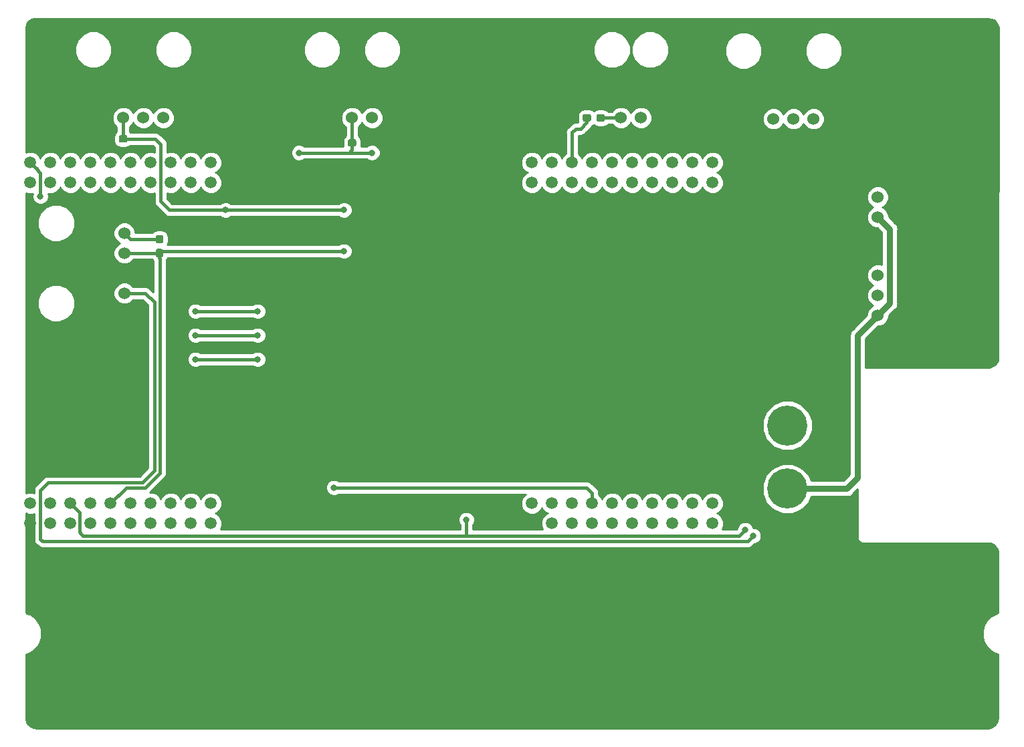
<source format=gbr>
G04 #@! TF.GenerationSoftware,KiCad,Pcbnew,(5.0.0)*
G04 #@! TF.CreationDate,2018-12-18T15:29:39-06:00*
G04 #@! TF.ProjectId,SRASensorBoard_Hardware,53524153656E736F72426F6172645F48,rev?*
G04 #@! TF.SameCoordinates,Original*
G04 #@! TF.FileFunction,Copper,L2,Bot,Signal*
G04 #@! TF.FilePolarity,Positive*
%FSLAX46Y46*%
G04 Gerber Fmt 4.6, Leading zero omitted, Abs format (unit mm)*
G04 Created by KiCad (PCBNEW (5.0.0)) date 12/18/18 15:29:39*
%MOMM*%
%LPD*%
G01*
G04 APERTURE LIST*
G04 #@! TA.AperFunction,ComponentPad*
%ADD10C,1.524000*%
G04 #@! TD*
G04 #@! TA.AperFunction,ComponentPad*
%ADD11C,5.080000*%
G04 #@! TD*
G04 #@! TA.AperFunction,Conductor*
%ADD12C,0.100000*%
G04 #@! TD*
G04 #@! TA.AperFunction,SMDPad,CuDef*
%ADD13C,0.950000*%
G04 #@! TD*
G04 #@! TA.AperFunction,ComponentPad*
%ADD14C,1.520000*%
G04 #@! TD*
G04 #@! TA.AperFunction,ViaPad*
%ADD15C,0.800000*%
G04 #@! TD*
G04 #@! TA.AperFunction,Conductor*
%ADD16C,0.381000*%
G04 #@! TD*
G04 #@! TA.AperFunction,Conductor*
%ADD17C,0.762000*%
G04 #@! TD*
G04 #@! TA.AperFunction,Conductor*
%ADD18C,0.254000*%
G04 #@! TD*
G04 APERTURE END LIST*
D10*
G04 #@! TO.P,Conn5,4*
G04 #@! TO.N,GND*
X186690000Y-58420000D03*
G04 #@! TO.P,Conn5,3*
G04 #@! TO.N,CCD_INT*
X184150000Y-58420000D03*
G04 #@! TO.P,Conn5,2*
G04 #@! TO.N,CCD_OS*
X181610000Y-58420000D03*
G04 #@! TO.P,Conn5,1*
G04 #@! TO.N,+3V3*
X179070000Y-58420000D03*
G04 #@! TD*
D11*
G04 #@! TO.P,Conn1,1*
G04 #@! TO.N,GND*
X183362600Y-97281000D03*
G04 #@! TO.P,Conn1,2*
G04 #@! TO.N,Net-(C1-Pad1)*
X183362600Y-105282000D03*
G04 #@! TD*
D12*
G04 #@! TO.N,Methane_Vout*
G04 #@! TO.C,R4*
G36*
X104146779Y-74900144D02*
X104169834Y-74903563D01*
X104192443Y-74909227D01*
X104214387Y-74917079D01*
X104235457Y-74927044D01*
X104255448Y-74939026D01*
X104274168Y-74952910D01*
X104291438Y-74968562D01*
X104307090Y-74985832D01*
X104320974Y-75004552D01*
X104332956Y-75024543D01*
X104342921Y-75045613D01*
X104350773Y-75067557D01*
X104356437Y-75090166D01*
X104359856Y-75113221D01*
X104361000Y-75136500D01*
X104361000Y-75711500D01*
X104359856Y-75734779D01*
X104356437Y-75757834D01*
X104350773Y-75780443D01*
X104342921Y-75802387D01*
X104332956Y-75823457D01*
X104320974Y-75843448D01*
X104307090Y-75862168D01*
X104291438Y-75879438D01*
X104274168Y-75895090D01*
X104255448Y-75908974D01*
X104235457Y-75920956D01*
X104214387Y-75930921D01*
X104192443Y-75938773D01*
X104169834Y-75944437D01*
X104146779Y-75947856D01*
X104123500Y-75949000D01*
X103648500Y-75949000D01*
X103625221Y-75947856D01*
X103602166Y-75944437D01*
X103579557Y-75938773D01*
X103557613Y-75930921D01*
X103536543Y-75920956D01*
X103516552Y-75908974D01*
X103497832Y-75895090D01*
X103480562Y-75879438D01*
X103464910Y-75862168D01*
X103451026Y-75843448D01*
X103439044Y-75823457D01*
X103429079Y-75802387D01*
X103421227Y-75780443D01*
X103415563Y-75757834D01*
X103412144Y-75734779D01*
X103411000Y-75711500D01*
X103411000Y-75136500D01*
X103412144Y-75113221D01*
X103415563Y-75090166D01*
X103421227Y-75067557D01*
X103429079Y-75045613D01*
X103439044Y-75024543D01*
X103451026Y-75004552D01*
X103464910Y-74985832D01*
X103480562Y-74968562D01*
X103497832Y-74952910D01*
X103516552Y-74939026D01*
X103536543Y-74927044D01*
X103557613Y-74917079D01*
X103579557Y-74909227D01*
X103602166Y-74903563D01*
X103625221Y-74900144D01*
X103648500Y-74899000D01*
X104123500Y-74899000D01*
X104146779Y-74900144D01*
X104146779Y-74900144D01*
G37*
D13*
G04 #@! TD*
G04 #@! TO.P,R4,1*
G04 #@! TO.N,Methane_Vout*
X103886000Y-75424000D03*
D12*
G04 #@! TO.N,GND*
G04 #@! TO.C,R4*
G36*
X104146779Y-73150144D02*
X104169834Y-73153563D01*
X104192443Y-73159227D01*
X104214387Y-73167079D01*
X104235457Y-73177044D01*
X104255448Y-73189026D01*
X104274168Y-73202910D01*
X104291438Y-73218562D01*
X104307090Y-73235832D01*
X104320974Y-73254552D01*
X104332956Y-73274543D01*
X104342921Y-73295613D01*
X104350773Y-73317557D01*
X104356437Y-73340166D01*
X104359856Y-73363221D01*
X104361000Y-73386500D01*
X104361000Y-73961500D01*
X104359856Y-73984779D01*
X104356437Y-74007834D01*
X104350773Y-74030443D01*
X104342921Y-74052387D01*
X104332956Y-74073457D01*
X104320974Y-74093448D01*
X104307090Y-74112168D01*
X104291438Y-74129438D01*
X104274168Y-74145090D01*
X104255448Y-74158974D01*
X104235457Y-74170956D01*
X104214387Y-74180921D01*
X104192443Y-74188773D01*
X104169834Y-74194437D01*
X104146779Y-74197856D01*
X104123500Y-74199000D01*
X103648500Y-74199000D01*
X103625221Y-74197856D01*
X103602166Y-74194437D01*
X103579557Y-74188773D01*
X103557613Y-74180921D01*
X103536543Y-74170956D01*
X103516552Y-74158974D01*
X103497832Y-74145090D01*
X103480562Y-74129438D01*
X103464910Y-74112168D01*
X103451026Y-74093448D01*
X103439044Y-74073457D01*
X103429079Y-74052387D01*
X103421227Y-74030443D01*
X103415563Y-74007834D01*
X103412144Y-73984779D01*
X103411000Y-73961500D01*
X103411000Y-73386500D01*
X103412144Y-73363221D01*
X103415563Y-73340166D01*
X103421227Y-73317557D01*
X103429079Y-73295613D01*
X103439044Y-73274543D01*
X103451026Y-73254552D01*
X103464910Y-73235832D01*
X103480562Y-73218562D01*
X103497832Y-73202910D01*
X103516552Y-73189026D01*
X103536543Y-73177044D01*
X103557613Y-73167079D01*
X103579557Y-73159227D01*
X103602166Y-73153563D01*
X103625221Y-73150144D01*
X103648500Y-73149000D01*
X104123500Y-73149000D01*
X104146779Y-73150144D01*
X104146779Y-73150144D01*
G37*
D13*
G04 #@! TD*
G04 #@! TO.P,R4,2*
G04 #@! TO.N,GND*
X103886000Y-73674000D03*
D12*
G04 #@! TO.N,Soil_Data*
G04 #@! TO.C,R2*
G36*
X99596779Y-60486144D02*
X99619834Y-60489563D01*
X99642443Y-60495227D01*
X99664387Y-60503079D01*
X99685457Y-60513044D01*
X99705448Y-60525026D01*
X99724168Y-60538910D01*
X99741438Y-60554562D01*
X99757090Y-60571832D01*
X99770974Y-60590552D01*
X99782956Y-60610543D01*
X99792921Y-60631613D01*
X99800773Y-60653557D01*
X99806437Y-60676166D01*
X99809856Y-60699221D01*
X99811000Y-60722500D01*
X99811000Y-61197500D01*
X99809856Y-61220779D01*
X99806437Y-61243834D01*
X99800773Y-61266443D01*
X99792921Y-61288387D01*
X99782956Y-61309457D01*
X99770974Y-61329448D01*
X99757090Y-61348168D01*
X99741438Y-61365438D01*
X99724168Y-61381090D01*
X99705448Y-61394974D01*
X99685457Y-61406956D01*
X99664387Y-61416921D01*
X99642443Y-61424773D01*
X99619834Y-61430437D01*
X99596779Y-61433856D01*
X99573500Y-61435000D01*
X98998500Y-61435000D01*
X98975221Y-61433856D01*
X98952166Y-61430437D01*
X98929557Y-61424773D01*
X98907613Y-61416921D01*
X98886543Y-61406956D01*
X98866552Y-61394974D01*
X98847832Y-61381090D01*
X98830562Y-61365438D01*
X98814910Y-61348168D01*
X98801026Y-61329448D01*
X98789044Y-61309457D01*
X98779079Y-61288387D01*
X98771227Y-61266443D01*
X98765563Y-61243834D01*
X98762144Y-61220779D01*
X98761000Y-61197500D01*
X98761000Y-60722500D01*
X98762144Y-60699221D01*
X98765563Y-60676166D01*
X98771227Y-60653557D01*
X98779079Y-60631613D01*
X98789044Y-60610543D01*
X98801026Y-60590552D01*
X98814910Y-60571832D01*
X98830562Y-60554562D01*
X98847832Y-60538910D01*
X98866552Y-60525026D01*
X98886543Y-60513044D01*
X98907613Y-60503079D01*
X98929557Y-60495227D01*
X98952166Y-60489563D01*
X98975221Y-60486144D01*
X98998500Y-60485000D01*
X99573500Y-60485000D01*
X99596779Y-60486144D01*
X99596779Y-60486144D01*
G37*
D13*
G04 #@! TD*
G04 #@! TO.P,R2,2*
G04 #@! TO.N,Soil_Data*
X99286000Y-60960000D03*
D12*
G04 #@! TO.N,+3V3*
G04 #@! TO.C,R2*
G36*
X97846779Y-60486144D02*
X97869834Y-60489563D01*
X97892443Y-60495227D01*
X97914387Y-60503079D01*
X97935457Y-60513044D01*
X97955448Y-60525026D01*
X97974168Y-60538910D01*
X97991438Y-60554562D01*
X98007090Y-60571832D01*
X98020974Y-60590552D01*
X98032956Y-60610543D01*
X98042921Y-60631613D01*
X98050773Y-60653557D01*
X98056437Y-60676166D01*
X98059856Y-60699221D01*
X98061000Y-60722500D01*
X98061000Y-61197500D01*
X98059856Y-61220779D01*
X98056437Y-61243834D01*
X98050773Y-61266443D01*
X98042921Y-61288387D01*
X98032956Y-61309457D01*
X98020974Y-61329448D01*
X98007090Y-61348168D01*
X97991438Y-61365438D01*
X97974168Y-61381090D01*
X97955448Y-61394974D01*
X97935457Y-61406956D01*
X97914387Y-61416921D01*
X97892443Y-61424773D01*
X97869834Y-61430437D01*
X97846779Y-61433856D01*
X97823500Y-61435000D01*
X97248500Y-61435000D01*
X97225221Y-61433856D01*
X97202166Y-61430437D01*
X97179557Y-61424773D01*
X97157613Y-61416921D01*
X97136543Y-61406956D01*
X97116552Y-61394974D01*
X97097832Y-61381090D01*
X97080562Y-61365438D01*
X97064910Y-61348168D01*
X97051026Y-61329448D01*
X97039044Y-61309457D01*
X97029079Y-61288387D01*
X97021227Y-61266443D01*
X97015563Y-61243834D01*
X97012144Y-61220779D01*
X97011000Y-61197500D01*
X97011000Y-60722500D01*
X97012144Y-60699221D01*
X97015563Y-60676166D01*
X97021227Y-60653557D01*
X97029079Y-60631613D01*
X97039044Y-60610543D01*
X97051026Y-60590552D01*
X97064910Y-60571832D01*
X97080562Y-60554562D01*
X97097832Y-60538910D01*
X97116552Y-60525026D01*
X97136543Y-60513044D01*
X97157613Y-60503079D01*
X97179557Y-60495227D01*
X97202166Y-60489563D01*
X97225221Y-60486144D01*
X97248500Y-60485000D01*
X97823500Y-60485000D01*
X97846779Y-60486144D01*
X97846779Y-60486144D01*
G37*
D13*
G04 #@! TD*
G04 #@! TO.P,R2,1*
G04 #@! TO.N,+3V3*
X97536000Y-60960000D03*
D10*
G04 #@! TO.P,Conn2,1*
G04 #@! TO.N,+3V3*
X96774000Y-58293000D03*
G04 #@! TO.P,Conn2,2*
G04 #@! TO.N,Soil_Data*
X99314000Y-58293000D03*
G04 #@! TO.P,Conn2,3*
G04 #@! TO.N,Soil_Sck*
X101854000Y-58293000D03*
G04 #@! TO.P,Conn2,4*
G04 #@! TO.N,GND*
X104394000Y-58293000D03*
G04 #@! TD*
G04 #@! TO.P,Conn3,1*
G04 #@! TO.N,+3V3*
X125730000Y-58293000D03*
G04 #@! TO.P,Conn3,2*
G04 #@! TO.N,Atm_Dout*
X128270000Y-58293000D03*
G04 #@! TO.P,Conn3,3*
G04 #@! TO.N,GND*
X130810000Y-58293000D03*
G04 #@! TD*
G04 #@! TO.P,Conn4,4*
G04 #@! TO.N,GND*
X99441000Y-72898000D03*
G04 #@! TO.P,Conn4,3*
G04 #@! TO.N,Methane_Vout*
X99441000Y-75438000D03*
G04 #@! TO.P,Conn4,2*
G04 #@! TO.N,+3V3*
X99441000Y-77978000D03*
G04 #@! TO.P,Conn4,1*
G04 #@! TO.N,+5V*
X99441000Y-80518000D03*
G04 #@! TD*
G04 #@! TO.P,Conn6,1*
G04 #@! TO.N,Net-(Conn6-Pad1)*
X162306000Y-58293000D03*
G04 #@! TO.P,Conn6,2*
G04 #@! TO.N,GND*
X164846000Y-58293000D03*
G04 #@! TD*
D12*
G04 #@! TO.N,+3V3*
G04 #@! TO.C,R3*
G36*
X126830779Y-60994144D02*
X126853834Y-60997563D01*
X126876443Y-61003227D01*
X126898387Y-61011079D01*
X126919457Y-61021044D01*
X126939448Y-61033026D01*
X126958168Y-61046910D01*
X126975438Y-61062562D01*
X126991090Y-61079832D01*
X127004974Y-61098552D01*
X127016956Y-61118543D01*
X127026921Y-61139613D01*
X127034773Y-61161557D01*
X127040437Y-61184166D01*
X127043856Y-61207221D01*
X127045000Y-61230500D01*
X127045000Y-61705500D01*
X127043856Y-61728779D01*
X127040437Y-61751834D01*
X127034773Y-61774443D01*
X127026921Y-61796387D01*
X127016956Y-61817457D01*
X127004974Y-61837448D01*
X126991090Y-61856168D01*
X126975438Y-61873438D01*
X126958168Y-61889090D01*
X126939448Y-61902974D01*
X126919457Y-61914956D01*
X126898387Y-61924921D01*
X126876443Y-61932773D01*
X126853834Y-61938437D01*
X126830779Y-61941856D01*
X126807500Y-61943000D01*
X126232500Y-61943000D01*
X126209221Y-61941856D01*
X126186166Y-61938437D01*
X126163557Y-61932773D01*
X126141613Y-61924921D01*
X126120543Y-61914956D01*
X126100552Y-61902974D01*
X126081832Y-61889090D01*
X126064562Y-61873438D01*
X126048910Y-61856168D01*
X126035026Y-61837448D01*
X126023044Y-61817457D01*
X126013079Y-61796387D01*
X126005227Y-61774443D01*
X125999563Y-61751834D01*
X125996144Y-61728779D01*
X125995000Y-61705500D01*
X125995000Y-61230500D01*
X125996144Y-61207221D01*
X125999563Y-61184166D01*
X126005227Y-61161557D01*
X126013079Y-61139613D01*
X126023044Y-61118543D01*
X126035026Y-61098552D01*
X126048910Y-61079832D01*
X126064562Y-61062562D01*
X126081832Y-61046910D01*
X126100552Y-61033026D01*
X126120543Y-61021044D01*
X126141613Y-61011079D01*
X126163557Y-61003227D01*
X126186166Y-60997563D01*
X126209221Y-60994144D01*
X126232500Y-60993000D01*
X126807500Y-60993000D01*
X126830779Y-60994144D01*
X126830779Y-60994144D01*
G37*
D13*
G04 #@! TD*
G04 #@! TO.P,R3,1*
G04 #@! TO.N,+3V3*
X126520000Y-61468000D03*
D12*
G04 #@! TO.N,Atm_Dout*
G04 #@! TO.C,R3*
G36*
X128580779Y-60994144D02*
X128603834Y-60997563D01*
X128626443Y-61003227D01*
X128648387Y-61011079D01*
X128669457Y-61021044D01*
X128689448Y-61033026D01*
X128708168Y-61046910D01*
X128725438Y-61062562D01*
X128741090Y-61079832D01*
X128754974Y-61098552D01*
X128766956Y-61118543D01*
X128776921Y-61139613D01*
X128784773Y-61161557D01*
X128790437Y-61184166D01*
X128793856Y-61207221D01*
X128795000Y-61230500D01*
X128795000Y-61705500D01*
X128793856Y-61728779D01*
X128790437Y-61751834D01*
X128784773Y-61774443D01*
X128776921Y-61796387D01*
X128766956Y-61817457D01*
X128754974Y-61837448D01*
X128741090Y-61856168D01*
X128725438Y-61873438D01*
X128708168Y-61889090D01*
X128689448Y-61902974D01*
X128669457Y-61914956D01*
X128648387Y-61924921D01*
X128626443Y-61932773D01*
X128603834Y-61938437D01*
X128580779Y-61941856D01*
X128557500Y-61943000D01*
X127982500Y-61943000D01*
X127959221Y-61941856D01*
X127936166Y-61938437D01*
X127913557Y-61932773D01*
X127891613Y-61924921D01*
X127870543Y-61914956D01*
X127850552Y-61902974D01*
X127831832Y-61889090D01*
X127814562Y-61873438D01*
X127798910Y-61856168D01*
X127785026Y-61837448D01*
X127773044Y-61817457D01*
X127763079Y-61796387D01*
X127755227Y-61774443D01*
X127749563Y-61751834D01*
X127746144Y-61728779D01*
X127745000Y-61705500D01*
X127745000Y-61230500D01*
X127746144Y-61207221D01*
X127749563Y-61184166D01*
X127755227Y-61161557D01*
X127763079Y-61139613D01*
X127773044Y-61118543D01*
X127785026Y-61098552D01*
X127798910Y-61079832D01*
X127814562Y-61062562D01*
X127831832Y-61046910D01*
X127850552Y-61033026D01*
X127870543Y-61021044D01*
X127891613Y-61011079D01*
X127913557Y-61003227D01*
X127936166Y-60997563D01*
X127959221Y-60994144D01*
X127982500Y-60993000D01*
X128557500Y-60993000D01*
X128580779Y-60994144D01*
X128580779Y-60994144D01*
G37*
D13*
G04 #@! TD*
G04 #@! TO.P,R3,2*
G04 #@! TO.N,Atm_Dout*
X128270000Y-61468000D03*
D14*
G04 #@! TO.P,U1,+3V3*
G04 #@! TO.N,+3V3*
X151049001Y-109685001D03*
G04 #@! TO.P,U1,PM6*
G04 #@! TO.N,N/C*
X173909001Y-63965001D03*
G04 #@! TO.P,U1,PQ1*
X171369001Y-63965001D03*
G04 #@! TO.P,U1,PQ2*
X163749001Y-63965001D03*
G04 #@! TO.P,U1,PK0*
X161209001Y-107145001D03*
G04 #@! TO.P,U1,PQ3*
X166289001Y-63965001D03*
G04 #@! TO.P,U1,PP3*
X168829001Y-63965001D03*
G04 #@! TO.P,U1,PQ0*
X166289001Y-109685001D03*
G04 #@! TO.P,U1,PA4*
X171369001Y-107145001D03*
G04 #@! TO.P,U1,Rese*
G04 #@! TO.N,Net-(U1-PadRese)*
X161209001Y-63965001D03*
G04 #@! TO.P,U1,PA7*
G04 #@! TO.N,N/C*
X158669001Y-63965001D03*
G04 #@! TO.P,U1,PN5*
G04 #@! TO.N,SW_Flag1*
X171369001Y-109685001D03*
G04 #@! TO.P,U1,PK2*
G04 #@! TO.N,N/C*
X166289001Y-107145001D03*
G04 #@! TO.P,U1,PK1*
X163749001Y-107145001D03*
G04 #@! TO.P,U1,+5V*
G04 #@! TO.N,Net-(U1-Pad+5V)*
X151049001Y-107145001D03*
G04 #@! TO.P,U1,GND*
G04 #@! TO.N,GND*
X153589001Y-107145001D03*
G04 #@! TO.P,U1,PB4*
G04 #@! TO.N,N/C*
X156129001Y-107145001D03*
G04 #@! TO.P,U1,PB5*
G04 #@! TO.N,Soil_Sck*
X158669001Y-107145001D03*
G04 #@! TO.P,U1,PK3*
G04 #@! TO.N,CCD_OS*
X168829001Y-107145001D03*
G04 #@! TO.P,U1,PA5*
G04 #@! TO.N,N/C*
X173909001Y-107145001D03*
G04 #@! TO.P,U1,PD2*
X153589001Y-109685001D03*
G04 #@! TO.P,U1,PP0*
X156129001Y-109685001D03*
G04 #@! TO.P,U1,PP1*
X158669001Y-109685001D03*
G04 #@! TO.P,U1,PD4*
X161209001Y-109685001D03*
G04 #@! TO.P,U1,PD5*
X163749001Y-109685001D03*
G04 #@! TO.P,U1,PP4*
G04 #@! TO.N,SW_Flag2*
X168829001Y-109685001D03*
G04 #@! TO.P,U1,PN4*
G04 #@! TO.N,SW_ERROR*
X173909001Y-109685001D03*
G04 #@! TO.P,U1,PG1*
G04 #@! TO.N,N/C*
X151049001Y-66505001D03*
G04 #@! TO.P,U1,PK4*
X153589001Y-66505001D03*
G04 #@! TO.P,U1,PK5*
X156129001Y-66505001D03*
G04 #@! TO.P,U1,PM0*
X158669001Y-66505001D03*
G04 #@! TO.P,U1,PM1*
X161209001Y-66505001D03*
G04 #@! TO.P,U1,PM2*
X163749001Y-66505001D03*
G04 #@! TO.P,U1,PH0*
X166289001Y-66505001D03*
G04 #@! TO.P,U1,PH1*
X168829001Y-66505001D03*
G04 #@! TO.P,U1,PK6*
X171369001Y-66505001D03*
G04 #@! TO.P,U1,PK7*
X173909001Y-66505001D03*
G04 #@! TO.P,U1,GND*
G04 #@! TO.N,GND*
X151049001Y-63965001D03*
G04 #@! TO.P,U1,PM7*
G04 #@! TO.N,N/C*
X153589001Y-63965001D03*
G04 #@! TO.P,U1,PP5*
G04 #@! TO.N,UV_TOGGLE*
X156129001Y-63965001D03*
G04 #@! TO.P,U1,+5V*
G04 #@! TO.N,Net-(U1-Pad+5V)*
X87549001Y-107145001D03*
G04 #@! TO.P,U1,GND*
G04 #@! TO.N,GND*
X90089001Y-107145001D03*
G04 #@! TO.P,U1,PE0*
G04 #@! TO.N,CCD_INT*
X92629001Y-107145001D03*
G04 #@! TO.P,U1,PE1*
G04 #@! TO.N,N/C*
X95169001Y-107145001D03*
G04 #@! TO.P,U1,PE2*
G04 #@! TO.N,Methane_Vout*
X97709001Y-107145001D03*
G04 #@! TO.P,U1,PE3*
G04 #@! TO.N,N/C*
X100249001Y-107145001D03*
G04 #@! TO.P,U1,PD7*
X102789001Y-107145001D03*
G04 #@! TO.P,U1,PA6*
X105329001Y-107145001D03*
G04 #@! TO.P,U1,PM4*
X107869001Y-107145001D03*
G04 #@! TO.P,U1,PM5*
X110409001Y-107145001D03*
G04 #@! TO.P,U1,+3V3*
G04 #@! TO.N,+3V3*
X87549001Y-109685001D03*
G04 #@! TO.P,U1,PE4*
G04 #@! TO.N,N/C*
X90089001Y-109685001D03*
G04 #@! TO.P,U1,PC4*
X92629001Y-109685001D03*
G04 #@! TO.P,U1,PC5*
X95169001Y-109685001D03*
G04 #@! TO.P,U1,PC6*
X97709001Y-109685001D03*
G04 #@! TO.P,U1,PE5*
G04 #@! TO.N,Soil_Data*
X100249001Y-109685001D03*
G04 #@! TO.P,U1,PD3*
G04 #@! TO.N,N/C*
X102789001Y-109685001D03*
G04 #@! TO.P,U1,PC7*
X105329001Y-109685001D03*
G04 #@! TO.P,U1,PB2*
X107869001Y-109685001D03*
G04 #@! TO.P,U1,PB3*
X110409001Y-109685001D03*
G04 #@! TO.P,U1,PF1*
X87549001Y-66505001D03*
G04 #@! TO.P,U1,PF2*
X90089001Y-66505001D03*
G04 #@! TO.P,U1,PF3*
X92629001Y-66505001D03*
G04 #@! TO.P,U1,PG0*
X95169001Y-66505001D03*
G04 #@! TO.P,U1,PL4*
X97709001Y-66505001D03*
G04 #@! TO.P,U1,PL5*
X100249001Y-66505001D03*
G04 #@! TO.P,U1,PL0*
X102789001Y-66505001D03*
G04 #@! TO.P,U1,PL1*
X105329001Y-66505001D03*
G04 #@! TO.P,U1,PL2*
X107869001Y-66505001D03*
G04 #@! TO.P,U1,PL3*
X110409001Y-66505001D03*
G04 #@! TO.P,U1,GND*
G04 #@! TO.N,GND*
X87549001Y-63965001D03*
G04 #@! TO.P,U1,PM3*
G04 #@! TO.N,N/C*
X90089001Y-63965001D03*
G04 #@! TO.P,U1,PH2*
X92629001Y-63965001D03*
G04 #@! TO.P,U1,PH3*
X95169001Y-63965001D03*
G04 #@! TO.P,U1,Rese*
G04 #@! TO.N,Net-(U1-PadRese)*
X97709001Y-63965001D03*
G04 #@! TO.P,U1,PD1*
G04 #@! TO.N,N/C*
X100249001Y-63965001D03*
G04 #@! TO.P,U1,PD0*
X102789001Y-63965001D03*
G04 #@! TO.P,U1,PN2*
G04 #@! TO.N,Atm_Dout*
X105329001Y-63965001D03*
G04 #@! TO.P,U1,PN3*
G04 #@! TO.N,N/C*
X107869001Y-63965001D03*
G04 #@! TO.P,U1,PP2*
X110409001Y-63965001D03*
G04 #@! TD*
D12*
G04 #@! TO.N,UV_TOGGLE*
G04 #@! TO.C,R13*
G36*
X158298779Y-57819144D02*
X158321834Y-57822563D01*
X158344443Y-57828227D01*
X158366387Y-57836079D01*
X158387457Y-57846044D01*
X158407448Y-57858026D01*
X158426168Y-57871910D01*
X158443438Y-57887562D01*
X158459090Y-57904832D01*
X158472974Y-57923552D01*
X158484956Y-57943543D01*
X158494921Y-57964613D01*
X158502773Y-57986557D01*
X158508437Y-58009166D01*
X158511856Y-58032221D01*
X158513000Y-58055500D01*
X158513000Y-58530500D01*
X158511856Y-58553779D01*
X158508437Y-58576834D01*
X158502773Y-58599443D01*
X158494921Y-58621387D01*
X158484956Y-58642457D01*
X158472974Y-58662448D01*
X158459090Y-58681168D01*
X158443438Y-58698438D01*
X158426168Y-58714090D01*
X158407448Y-58727974D01*
X158387457Y-58739956D01*
X158366387Y-58749921D01*
X158344443Y-58757773D01*
X158321834Y-58763437D01*
X158298779Y-58766856D01*
X158275500Y-58768000D01*
X157700500Y-58768000D01*
X157677221Y-58766856D01*
X157654166Y-58763437D01*
X157631557Y-58757773D01*
X157609613Y-58749921D01*
X157588543Y-58739956D01*
X157568552Y-58727974D01*
X157549832Y-58714090D01*
X157532562Y-58698438D01*
X157516910Y-58681168D01*
X157503026Y-58662448D01*
X157491044Y-58642457D01*
X157481079Y-58621387D01*
X157473227Y-58599443D01*
X157467563Y-58576834D01*
X157464144Y-58553779D01*
X157463000Y-58530500D01*
X157463000Y-58055500D01*
X157464144Y-58032221D01*
X157467563Y-58009166D01*
X157473227Y-57986557D01*
X157481079Y-57964613D01*
X157491044Y-57943543D01*
X157503026Y-57923552D01*
X157516910Y-57904832D01*
X157532562Y-57887562D01*
X157549832Y-57871910D01*
X157568552Y-57858026D01*
X157588543Y-57846044D01*
X157609613Y-57836079D01*
X157631557Y-57828227D01*
X157654166Y-57822563D01*
X157677221Y-57819144D01*
X157700500Y-57818000D01*
X158275500Y-57818000D01*
X158298779Y-57819144D01*
X158298779Y-57819144D01*
G37*
D13*
G04 #@! TD*
G04 #@! TO.P,R13,1*
G04 #@! TO.N,UV_TOGGLE*
X157988000Y-58293000D03*
D12*
G04 #@! TO.N,Net-(Conn6-Pad1)*
G04 #@! TO.C,R13*
G36*
X160048779Y-57819144D02*
X160071834Y-57822563D01*
X160094443Y-57828227D01*
X160116387Y-57836079D01*
X160137457Y-57846044D01*
X160157448Y-57858026D01*
X160176168Y-57871910D01*
X160193438Y-57887562D01*
X160209090Y-57904832D01*
X160222974Y-57923552D01*
X160234956Y-57943543D01*
X160244921Y-57964613D01*
X160252773Y-57986557D01*
X160258437Y-58009166D01*
X160261856Y-58032221D01*
X160263000Y-58055500D01*
X160263000Y-58530500D01*
X160261856Y-58553779D01*
X160258437Y-58576834D01*
X160252773Y-58599443D01*
X160244921Y-58621387D01*
X160234956Y-58642457D01*
X160222974Y-58662448D01*
X160209090Y-58681168D01*
X160193438Y-58698438D01*
X160176168Y-58714090D01*
X160157448Y-58727974D01*
X160137457Y-58739956D01*
X160116387Y-58749921D01*
X160094443Y-58757773D01*
X160071834Y-58763437D01*
X160048779Y-58766856D01*
X160025500Y-58768000D01*
X159450500Y-58768000D01*
X159427221Y-58766856D01*
X159404166Y-58763437D01*
X159381557Y-58757773D01*
X159359613Y-58749921D01*
X159338543Y-58739956D01*
X159318552Y-58727974D01*
X159299832Y-58714090D01*
X159282562Y-58698438D01*
X159266910Y-58681168D01*
X159253026Y-58662448D01*
X159241044Y-58642457D01*
X159231079Y-58621387D01*
X159223227Y-58599443D01*
X159217563Y-58576834D01*
X159214144Y-58553779D01*
X159213000Y-58530500D01*
X159213000Y-58055500D01*
X159214144Y-58032221D01*
X159217563Y-58009166D01*
X159223227Y-57986557D01*
X159231079Y-57964613D01*
X159241044Y-57943543D01*
X159253026Y-57923552D01*
X159266910Y-57904832D01*
X159282562Y-57887562D01*
X159299832Y-57871910D01*
X159318552Y-57858026D01*
X159338543Y-57846044D01*
X159359613Y-57836079D01*
X159381557Y-57828227D01*
X159404166Y-57822563D01*
X159427221Y-57819144D01*
X159450500Y-57818000D01*
X160025500Y-57818000D01*
X160048779Y-57819144D01*
X160048779Y-57819144D01*
G37*
D13*
G04 #@! TD*
G04 #@! TO.P,R13,2*
G04 #@! TO.N,Net-(Conn6-Pad1)*
X159738000Y-58293000D03*
D10*
G04 #@! TO.P,U3,1*
G04 #@! TO.N,Net-(C1-Pad1)*
X194818000Y-70866000D03*
G04 #@! TO.P,U3,2*
G04 #@! TO.N,GND*
X194818000Y-68326000D03*
G04 #@! TO.P,U3,3*
G04 #@! TO.N,+3V3*
X194818000Y-65786000D03*
G04 #@! TD*
G04 #@! TO.P,U2,1*
G04 #@! TO.N,Net-(C1-Pad1)*
X194818000Y-83312000D03*
G04 #@! TO.P,U2,2*
G04 #@! TO.N,GND*
X194818000Y-80772000D03*
G04 #@! TO.P,U2,3*
G04 #@! TO.N,+5V*
X194818000Y-78232000D03*
G04 #@! TD*
D15*
G04 #@! TO.N,GND*
X88823800Y-68249800D03*
X108458000Y-85852000D03*
X108458000Y-88900000D03*
X116332000Y-88900000D03*
X116332000Y-85852000D03*
X108458000Y-82804000D03*
X116332000Y-82804000D03*
G04 #@! TO.N,+5V*
X179054050Y-111252000D03*
G04 #@! TO.N,+3V3*
X182484795Y-76595205D03*
G04 #@! TO.N,Soil_Data*
X112268000Y-69977000D03*
X127254000Y-69977000D03*
G04 #@! TO.N,Soil_Sck*
X125984000Y-105156000D03*
G04 #@! TO.N,Atm_Dout*
X121539000Y-62709500D03*
X130810000Y-62709500D03*
G04 #@! TO.N,Methane_Vout*
X127254000Y-75184000D03*
G04 #@! TO.N,CCD_INT*
X178054000Y-110490000D03*
X142748000Y-109220000D03*
G04 #@! TD*
D16*
G04 #@! TO.N,GND*
X103311000Y-73674000D02*
X103297000Y-73660000D01*
X103886000Y-73674000D02*
X103311000Y-73674000D01*
X100202999Y-73659999D02*
X99441000Y-72898000D01*
X103297000Y-73660000D02*
X100202999Y-73659999D01*
X88309000Y-64725000D02*
X88347000Y-64725000D01*
X87549001Y-63965001D02*
X88309000Y-64725000D01*
X88309000Y-64725000D02*
X88309000Y-64737800D01*
X88309000Y-64737800D02*
X88823800Y-65252600D01*
X88823800Y-65252600D02*
X88823800Y-66395600D01*
X88823800Y-66395600D02*
X88823800Y-68249800D01*
X108458000Y-88900000D02*
X116332000Y-88900000D01*
X108458000Y-85852000D02*
X116332000Y-85852000D01*
X108458000Y-82804000D02*
X116332000Y-82804000D01*
G04 #@! TO.N,+5V*
X99695000Y-80772000D02*
X99441000Y-80518000D01*
X88823800Y-105841800D02*
X88823800Y-105791000D01*
X89789000Y-104521000D02*
X99314000Y-104521000D01*
X88823800Y-105841800D02*
X88823800Y-105486200D01*
X88823800Y-105486200D02*
X89789000Y-104521000D01*
X99314000Y-104521000D02*
X101727000Y-104521000D01*
X103251000Y-81661000D02*
X103251000Y-102997000D01*
X102108000Y-80518000D02*
X103251000Y-81661000D01*
X103251000Y-102997000D02*
X103124000Y-103124000D01*
X101727000Y-104521000D02*
X103124000Y-103124000D01*
X99441000Y-80518000D02*
X102108000Y-80518000D01*
X88823800Y-105841800D02*
X88823800Y-111683800D01*
X89103200Y-111963200D02*
X88900000Y-111760000D01*
X88823800Y-111683800D02*
X88900000Y-111760000D01*
X91948000Y-111963200D02*
X89103200Y-111963200D01*
X91948000Y-111963200D02*
X178342850Y-111963200D01*
X178342850Y-111963200D02*
X179054050Y-111252000D01*
G04 #@! TO.N,Soil_Data*
X99286000Y-58321000D02*
X99314000Y-58293000D01*
X99286000Y-60960000D02*
X99286000Y-58321000D01*
X105156000Y-69977000D02*
X127254000Y-69977000D01*
X104063800Y-61645800D02*
X104063800Y-68884800D01*
X104063800Y-68884800D02*
X105156000Y-69977000D01*
X99286000Y-60960000D02*
X103378000Y-60960000D01*
X103378000Y-60960000D02*
X104063800Y-61645800D01*
G04 #@! TO.N,Soil_Sck*
X125984000Y-105156000D02*
X157988000Y-105156000D01*
X158669001Y-105837001D02*
X158669001Y-107145001D01*
X157988000Y-105156000D02*
X158669001Y-105837001D01*
G04 #@! TO.N,Atm_Dout*
X128270000Y-58293000D02*
X128270000Y-61468000D01*
X128270000Y-61468000D02*
X128270000Y-62357000D01*
X128270000Y-62357000D02*
X127917500Y-62709500D01*
X127917500Y-62709500D02*
X121539000Y-62709500D01*
X130810000Y-62709500D02*
X127917500Y-62709500D01*
G04 #@! TO.N,Methane_Vout*
X99455000Y-75424000D02*
X99441000Y-75438000D01*
X103886000Y-75424000D02*
X99455000Y-75424000D01*
X104126000Y-75184000D02*
X103886000Y-75424000D01*
X127254000Y-75184000D02*
X104126000Y-75184000D01*
X103939502Y-103324498D02*
X102108000Y-105156000D01*
X103939502Y-76102502D02*
X103939502Y-103324498D01*
X103886000Y-76049000D02*
X103886000Y-75424000D01*
X103939502Y-76102502D02*
X103886000Y-76049000D01*
X99698002Y-105156000D02*
X97709001Y-107145001D01*
X102108000Y-105156000D02*
X99698002Y-105156000D01*
D17*
G04 #@! TO.N,Net-(C1-Pad1)*
X194818000Y-83312000D02*
X192278000Y-85852000D01*
X192278000Y-85852000D02*
X192278000Y-103886000D01*
X190882000Y-105282000D02*
X183362600Y-105282000D01*
X192278000Y-103886000D02*
X190882000Y-105282000D01*
X196342000Y-81788000D02*
X194818000Y-83312000D01*
X194818000Y-70866000D02*
X196342000Y-72390000D01*
X196342000Y-72390000D02*
X196342000Y-81788000D01*
D16*
G04 #@! TO.N,Net-(Conn6-Pad1)*
X159738000Y-58293000D02*
X162306000Y-58293000D01*
G04 #@! TO.N,UV_TOGGLE*
X157988000Y-58868000D02*
X157166000Y-59690000D01*
X157988000Y-58293000D02*
X157988000Y-58868000D01*
X157166000Y-59690000D02*
X156591000Y-59690000D01*
X156129001Y-60151999D02*
X156129001Y-63965001D01*
X156591000Y-59690000D02*
X156129001Y-60151999D01*
G04 #@! TO.N,CCD_INT*
X93779502Y-108295502D02*
X93779502Y-110797502D01*
X92629001Y-107145001D02*
X93779502Y-108295502D01*
X93779502Y-110797502D02*
X93980000Y-110998000D01*
X93980000Y-110998000D02*
X94234000Y-111252000D01*
X94234000Y-111252000D02*
X99822000Y-111252000D01*
X177292000Y-111252000D02*
X178054000Y-110490000D01*
X148336000Y-111252000D02*
X177292000Y-111252000D01*
X142748000Y-111252000D02*
X142748000Y-109220000D01*
X142748000Y-111252000D02*
X148336000Y-111252000D01*
X99822000Y-111252000D02*
X142748000Y-111252000D01*
G04 #@! TD*
D18*
G04 #@! TO.N,+3V3*
G36*
X209157009Y-45778890D02*
X209496352Y-45933181D01*
X209778752Y-46176512D01*
X209981506Y-46489323D01*
X210095348Y-46869984D01*
X210109969Y-47066730D01*
X210059263Y-88544180D01*
X209999110Y-88964209D01*
X209844819Y-89303552D01*
X209601488Y-89585952D01*
X209288679Y-89788706D01*
X208908015Y-89902548D01*
X208710849Y-89917200D01*
X193294000Y-89917200D01*
X193294000Y-86272840D01*
X194857841Y-84709000D01*
X195095881Y-84709000D01*
X195609337Y-84496320D01*
X196002320Y-84103337D01*
X196215000Y-83589881D01*
X196215000Y-83351840D01*
X196989663Y-82577178D01*
X197074495Y-82520495D01*
X197299051Y-82184423D01*
X197358000Y-81888065D01*
X197377904Y-81788001D01*
X197358000Y-81687937D01*
X197358000Y-72490063D01*
X197377904Y-72389999D01*
X197319709Y-72097433D01*
X197299051Y-71993577D01*
X197074495Y-71657505D01*
X196989664Y-71600823D01*
X196215000Y-70826160D01*
X196215000Y-70588119D01*
X196002320Y-70074663D01*
X195609337Y-69681680D01*
X195402487Y-69596000D01*
X195609337Y-69510320D01*
X196002320Y-69117337D01*
X196215000Y-68603881D01*
X196215000Y-68048119D01*
X196002320Y-67534663D01*
X195609337Y-67141680D01*
X195095881Y-66929000D01*
X194540119Y-66929000D01*
X194026663Y-67141680D01*
X193633680Y-67534663D01*
X193421000Y-68048119D01*
X193421000Y-68603881D01*
X193633680Y-69117337D01*
X194026663Y-69510320D01*
X194233513Y-69596000D01*
X194026663Y-69681680D01*
X193633680Y-70074663D01*
X193421000Y-70588119D01*
X193421000Y-71143881D01*
X193633680Y-71657337D01*
X194026663Y-72050320D01*
X194540119Y-72263000D01*
X194778160Y-72263000D01*
X195326000Y-72810841D01*
X195326000Y-76930318D01*
X195095881Y-76835000D01*
X194540119Y-76835000D01*
X194026663Y-77047680D01*
X193633680Y-77440663D01*
X193421000Y-77954119D01*
X193421000Y-78509881D01*
X193633680Y-79023337D01*
X194026663Y-79416320D01*
X194233513Y-79502000D01*
X194026663Y-79587680D01*
X193633680Y-79980663D01*
X193421000Y-80494119D01*
X193421000Y-81049881D01*
X193633680Y-81563337D01*
X194026663Y-81956320D01*
X194233513Y-82042000D01*
X194026663Y-82127680D01*
X193633680Y-82520663D01*
X193421000Y-83034119D01*
X193421000Y-83272159D01*
X191630340Y-85062820D01*
X191545505Y-85119505D01*
X191320949Y-85455578D01*
X191283047Y-85646126D01*
X191242096Y-85852000D01*
X191262000Y-85952064D01*
X191262001Y-103465158D01*
X190461160Y-104266000D01*
X186378354Y-104266000D01*
X186054235Y-103483507D01*
X185161093Y-102590365D01*
X183994147Y-102107000D01*
X182731053Y-102107000D01*
X181564107Y-102590365D01*
X180670965Y-103483507D01*
X180187600Y-104650453D01*
X180187600Y-105913547D01*
X180670965Y-107080493D01*
X181564107Y-107973635D01*
X182731053Y-108457000D01*
X183994147Y-108457000D01*
X185161093Y-107973635D01*
X186054235Y-107080493D01*
X186378354Y-106298000D01*
X190781937Y-106298000D01*
X190882000Y-106317904D01*
X190982063Y-106298000D01*
X190982065Y-106298000D01*
X191278423Y-106239051D01*
X191614495Y-106014495D01*
X191671180Y-105929661D01*
X192228401Y-105372440D01*
X192228401Y-111385269D01*
X192214491Y-111455200D01*
X192269595Y-111732228D01*
X192426519Y-111967081D01*
X192661372Y-112124005D01*
X192868474Y-112165200D01*
X192868475Y-112165200D01*
X192938400Y-112179109D01*
X193008326Y-112165200D01*
X208686619Y-112165200D01*
X209106209Y-112225290D01*
X209445552Y-112379581D01*
X209727952Y-112622912D01*
X209930706Y-112935723D01*
X210044548Y-113316384D01*
X210059200Y-113513550D01*
X210059201Y-121004481D01*
X209973691Y-121030623D01*
X209881233Y-121057660D01*
X209873359Y-121061298D01*
X209351844Y-121306148D01*
X209271275Y-121359072D01*
X209190127Y-121410968D01*
X209183590Y-121416670D01*
X208751758Y-121798051D01*
X208689296Y-121871444D01*
X208625960Y-121944047D01*
X208621287Y-121951354D01*
X208313854Y-122438607D01*
X208274498Y-122526587D01*
X208234089Y-122614040D01*
X208231657Y-122622360D01*
X208231654Y-122622366D01*
X208231653Y-122622373D01*
X208073334Y-123176318D01*
X208060256Y-123271786D01*
X208046013Y-123367090D01*
X208046013Y-123375764D01*
X208049533Y-123951887D01*
X208063788Y-124047268D01*
X208076854Y-124142655D01*
X208079288Y-124150981D01*
X208244364Y-124702958D01*
X208284791Y-124790450D01*
X208324130Y-124878394D01*
X208328803Y-124885701D01*
X208642166Y-125369161D01*
X208705528Y-125441794D01*
X208767963Y-125515155D01*
X208774496Y-125520854D01*
X208774500Y-125520858D01*
X208774505Y-125520861D01*
X209210959Y-125896934D01*
X209292142Y-125948853D01*
X209372675Y-126001754D01*
X209380546Y-126005390D01*
X209380549Y-126005392D01*
X209380552Y-126005393D01*
X209905017Y-126243853D01*
X209997509Y-126270900D01*
X210055603Y-126288661D01*
X210008698Y-134262541D01*
X209948310Y-134684209D01*
X209794019Y-135023552D01*
X209550688Y-135305952D01*
X209237879Y-135508706D01*
X208857215Y-135622548D01*
X208660049Y-135637200D01*
X88340981Y-135637200D01*
X87921391Y-135577110D01*
X87582048Y-135422819D01*
X87299648Y-135179488D01*
X87096894Y-134866679D01*
X86983052Y-134486015D01*
X86968400Y-134288849D01*
X86968400Y-126289919D01*
X87053909Y-126263777D01*
X87146367Y-126236740D01*
X87154241Y-126233102D01*
X87675756Y-125988252D01*
X87756325Y-125935328D01*
X87837473Y-125883432D01*
X87844010Y-125877730D01*
X88275842Y-125496349D01*
X88338287Y-125422976D01*
X88401640Y-125350353D01*
X88406313Y-125343046D01*
X88713746Y-124855793D01*
X88753087Y-124767845D01*
X88793511Y-124680360D01*
X88795945Y-124672035D01*
X88954266Y-124118082D01*
X88967343Y-124022621D01*
X88981587Y-123927311D01*
X88981587Y-123918636D01*
X88978067Y-123342513D01*
X88963814Y-123247143D01*
X88950746Y-123151744D01*
X88948312Y-123143419D01*
X88783236Y-122591441D01*
X88742818Y-122503969D01*
X88703471Y-122416006D01*
X88698797Y-122408699D01*
X88385434Y-121925240D01*
X88322107Y-121852647D01*
X88259637Y-121779245D01*
X88253100Y-121773543D01*
X87816641Y-121397466D01*
X87735458Y-121345547D01*
X87654925Y-121292646D01*
X87647054Y-121289010D01*
X87647051Y-121289008D01*
X87647048Y-121289007D01*
X87122583Y-121050547D01*
X87030091Y-121023500D01*
X86968814Y-121004766D01*
X86977353Y-108418154D01*
X87271518Y-108540001D01*
X87826484Y-108540001D01*
X87998300Y-108468832D01*
X87998301Y-111602494D01*
X87982128Y-111683800D01*
X88040802Y-111978770D01*
X88046197Y-112005894D01*
X88228649Y-112278952D01*
X88297575Y-112325007D01*
X88461991Y-112489423D01*
X88508048Y-112558352D01*
X88781106Y-112740804D01*
X89021897Y-112788700D01*
X89021902Y-112788700D01*
X89103199Y-112804871D01*
X89184497Y-112788700D01*
X178261549Y-112788700D01*
X178342850Y-112804872D01*
X178424151Y-112788700D01*
X178424153Y-112788700D01*
X178664944Y-112740804D01*
X178938002Y-112558352D01*
X178984059Y-112489423D01*
X179186482Y-112287000D01*
X179259924Y-112287000D01*
X179640330Y-112129431D01*
X179931481Y-111838280D01*
X180089050Y-111457874D01*
X180089050Y-111046126D01*
X179931481Y-110665720D01*
X179640330Y-110374569D01*
X179259924Y-110217000D01*
X179061196Y-110217000D01*
X178931431Y-109903720D01*
X178640280Y-109612569D01*
X178259874Y-109455000D01*
X177848126Y-109455000D01*
X177467720Y-109612569D01*
X177176569Y-109903720D01*
X177019000Y-110284126D01*
X177019000Y-110357568D01*
X176950068Y-110426500D01*
X175111799Y-110426500D01*
X175304001Y-109962484D01*
X175304001Y-109407518D01*
X175091625Y-108894797D01*
X174699205Y-108502377D01*
X174488261Y-108415001D01*
X174699205Y-108327625D01*
X175091625Y-107935205D01*
X175304001Y-107422484D01*
X175304001Y-106867518D01*
X175091625Y-106354797D01*
X174699205Y-105962377D01*
X174186484Y-105750001D01*
X173631518Y-105750001D01*
X173118797Y-105962377D01*
X172726377Y-106354797D01*
X172639001Y-106565741D01*
X172551625Y-106354797D01*
X172159205Y-105962377D01*
X171646484Y-105750001D01*
X171091518Y-105750001D01*
X170578797Y-105962377D01*
X170186377Y-106354797D01*
X170099001Y-106565741D01*
X170011625Y-106354797D01*
X169619205Y-105962377D01*
X169106484Y-105750001D01*
X168551518Y-105750001D01*
X168038797Y-105962377D01*
X167646377Y-106354797D01*
X167559001Y-106565741D01*
X167471625Y-106354797D01*
X167079205Y-105962377D01*
X166566484Y-105750001D01*
X166011518Y-105750001D01*
X165498797Y-105962377D01*
X165106377Y-106354797D01*
X165019001Y-106565741D01*
X164931625Y-106354797D01*
X164539205Y-105962377D01*
X164026484Y-105750001D01*
X163471518Y-105750001D01*
X162958797Y-105962377D01*
X162566377Y-106354797D01*
X162479001Y-106565741D01*
X162391625Y-106354797D01*
X161999205Y-105962377D01*
X161486484Y-105750001D01*
X160931518Y-105750001D01*
X160418797Y-105962377D01*
X160026377Y-106354797D01*
X159939001Y-106565741D01*
X159851625Y-106354797D01*
X159494501Y-105997673D01*
X159494501Y-105918304D01*
X159510673Y-105837001D01*
X159446605Y-105514906D01*
X159355587Y-105378690D01*
X159264153Y-105241849D01*
X159195227Y-105195794D01*
X158629209Y-104629777D01*
X158583152Y-104560848D01*
X158310094Y-104378396D01*
X158069303Y-104330500D01*
X158069301Y-104330500D01*
X157988000Y-104314328D01*
X157906699Y-104330500D01*
X126622211Y-104330500D01*
X126570280Y-104278569D01*
X126189874Y-104121000D01*
X125778126Y-104121000D01*
X125397720Y-104278569D01*
X125106569Y-104569720D01*
X124949000Y-104950126D01*
X124949000Y-105361874D01*
X125106569Y-105742280D01*
X125397720Y-106033431D01*
X125778126Y-106191000D01*
X126189874Y-106191000D01*
X126570280Y-106033431D01*
X126622211Y-105981500D01*
X150239674Y-105981500D01*
X149866377Y-106354797D01*
X149654001Y-106867518D01*
X149654001Y-107422484D01*
X149866377Y-107935205D01*
X150258797Y-108327625D01*
X150771518Y-108540001D01*
X151326484Y-108540001D01*
X151839205Y-108327625D01*
X152231625Y-107935205D01*
X152319001Y-107724261D01*
X152406377Y-107935205D01*
X152798797Y-108327625D01*
X153009741Y-108415001D01*
X152798797Y-108502377D01*
X152406377Y-108894797D01*
X152194001Y-109407518D01*
X152194001Y-109962484D01*
X152386203Y-110426500D01*
X143573500Y-110426500D01*
X143573500Y-109858211D01*
X143625431Y-109806280D01*
X143783000Y-109425874D01*
X143783000Y-109014126D01*
X143625431Y-108633720D01*
X143334280Y-108342569D01*
X142953874Y-108185000D01*
X142542126Y-108185000D01*
X142161720Y-108342569D01*
X141870569Y-108633720D01*
X141713000Y-109014126D01*
X141713000Y-109425874D01*
X141870569Y-109806280D01*
X141922501Y-109858212D01*
X141922500Y-110426500D01*
X111611799Y-110426500D01*
X111804001Y-109962484D01*
X111804001Y-109407518D01*
X111591625Y-108894797D01*
X111199205Y-108502377D01*
X110988261Y-108415001D01*
X111199205Y-108327625D01*
X111591625Y-107935205D01*
X111804001Y-107422484D01*
X111804001Y-106867518D01*
X111591625Y-106354797D01*
X111199205Y-105962377D01*
X110686484Y-105750001D01*
X110131518Y-105750001D01*
X109618797Y-105962377D01*
X109226377Y-106354797D01*
X109139001Y-106565741D01*
X109051625Y-106354797D01*
X108659205Y-105962377D01*
X108146484Y-105750001D01*
X107591518Y-105750001D01*
X107078797Y-105962377D01*
X106686377Y-106354797D01*
X106599001Y-106565741D01*
X106511625Y-106354797D01*
X106119205Y-105962377D01*
X105606484Y-105750001D01*
X105051518Y-105750001D01*
X104538797Y-105962377D01*
X104146377Y-106354797D01*
X104059001Y-106565741D01*
X103971625Y-106354797D01*
X103579205Y-105962377D01*
X103066484Y-105750001D01*
X102703921Y-105750001D01*
X102749209Y-105682223D01*
X104465728Y-103965705D01*
X104534654Y-103919650D01*
X104717106Y-103646592D01*
X104765002Y-103405801D01*
X104765002Y-103405800D01*
X104781174Y-103324498D01*
X104765002Y-103243197D01*
X104765002Y-96649453D01*
X180187600Y-96649453D01*
X180187600Y-97912547D01*
X180670965Y-99079493D01*
X181564107Y-99972635D01*
X182731053Y-100456000D01*
X183994147Y-100456000D01*
X185161093Y-99972635D01*
X186054235Y-99079493D01*
X186537600Y-97912547D01*
X186537600Y-96649453D01*
X186054235Y-95482507D01*
X185161093Y-94589365D01*
X183994147Y-94106000D01*
X182731053Y-94106000D01*
X181564107Y-94589365D01*
X180670965Y-95482507D01*
X180187600Y-96649453D01*
X104765002Y-96649453D01*
X104765002Y-88694126D01*
X107423000Y-88694126D01*
X107423000Y-89105874D01*
X107580569Y-89486280D01*
X107871720Y-89777431D01*
X108252126Y-89935000D01*
X108663874Y-89935000D01*
X109044280Y-89777431D01*
X109096211Y-89725500D01*
X115693789Y-89725500D01*
X115745720Y-89777431D01*
X116126126Y-89935000D01*
X116537874Y-89935000D01*
X116918280Y-89777431D01*
X117209431Y-89486280D01*
X117367000Y-89105874D01*
X117367000Y-88694126D01*
X117209431Y-88313720D01*
X116918280Y-88022569D01*
X116537874Y-87865000D01*
X116126126Y-87865000D01*
X115745720Y-88022569D01*
X115693789Y-88074500D01*
X109096211Y-88074500D01*
X109044280Y-88022569D01*
X108663874Y-87865000D01*
X108252126Y-87865000D01*
X107871720Y-88022569D01*
X107580569Y-88313720D01*
X107423000Y-88694126D01*
X104765002Y-88694126D01*
X104765002Y-85646126D01*
X107423000Y-85646126D01*
X107423000Y-86057874D01*
X107580569Y-86438280D01*
X107871720Y-86729431D01*
X108252126Y-86887000D01*
X108663874Y-86887000D01*
X109044280Y-86729431D01*
X109096211Y-86677500D01*
X115693789Y-86677500D01*
X115745720Y-86729431D01*
X116126126Y-86887000D01*
X116537874Y-86887000D01*
X116918280Y-86729431D01*
X117209431Y-86438280D01*
X117367000Y-86057874D01*
X117367000Y-85646126D01*
X117209431Y-85265720D01*
X116918280Y-84974569D01*
X116537874Y-84817000D01*
X116126126Y-84817000D01*
X115745720Y-84974569D01*
X115693789Y-85026500D01*
X109096211Y-85026500D01*
X109044280Y-84974569D01*
X108663874Y-84817000D01*
X108252126Y-84817000D01*
X107871720Y-84974569D01*
X107580569Y-85265720D01*
X107423000Y-85646126D01*
X104765002Y-85646126D01*
X104765002Y-82598126D01*
X107423000Y-82598126D01*
X107423000Y-83009874D01*
X107580569Y-83390280D01*
X107871720Y-83681431D01*
X108252126Y-83839000D01*
X108663874Y-83839000D01*
X109044280Y-83681431D01*
X109096211Y-83629500D01*
X115693789Y-83629500D01*
X115745720Y-83681431D01*
X116126126Y-83839000D01*
X116537874Y-83839000D01*
X116918280Y-83681431D01*
X117209431Y-83390280D01*
X117367000Y-83009874D01*
X117367000Y-82598126D01*
X117209431Y-82217720D01*
X116918280Y-81926569D01*
X116537874Y-81769000D01*
X116126126Y-81769000D01*
X115745720Y-81926569D01*
X115693789Y-81978500D01*
X109096211Y-81978500D01*
X109044280Y-81926569D01*
X108663874Y-81769000D01*
X108252126Y-81769000D01*
X107871720Y-81926569D01*
X107580569Y-82217720D01*
X107423000Y-82598126D01*
X104765002Y-82598126D01*
X104765002Y-76313668D01*
X104941078Y-76050152D01*
X104949164Y-76009500D01*
X126615789Y-76009500D01*
X126667720Y-76061431D01*
X127048126Y-76219000D01*
X127459874Y-76219000D01*
X127840280Y-76061431D01*
X128131431Y-75770280D01*
X128289000Y-75389874D01*
X128289000Y-74978126D01*
X128131431Y-74597720D01*
X127840280Y-74306569D01*
X127459874Y-74149000D01*
X127048126Y-74149000D01*
X126667720Y-74306569D01*
X126615789Y-74358500D01*
X104902091Y-74358500D01*
X104941078Y-74300152D01*
X105008440Y-73961500D01*
X105008440Y-73386500D01*
X104941078Y-73047848D01*
X104749247Y-72760753D01*
X104462152Y-72568922D01*
X104123500Y-72501560D01*
X103648500Y-72501560D01*
X103309848Y-72568922D01*
X103022753Y-72760753D01*
X102973476Y-72834501D01*
X100838000Y-72834499D01*
X100838000Y-72620119D01*
X100625320Y-72106663D01*
X100232337Y-71713680D01*
X99718881Y-71501000D01*
X99163119Y-71501000D01*
X98649663Y-71713680D01*
X98256680Y-72106663D01*
X98044000Y-72620119D01*
X98044000Y-73175881D01*
X98256680Y-73689337D01*
X98649663Y-74082320D01*
X98856513Y-74168000D01*
X98649663Y-74253680D01*
X98256680Y-74646663D01*
X98044000Y-75160119D01*
X98044000Y-75715881D01*
X98256680Y-76229337D01*
X98649663Y-76622320D01*
X99163119Y-76835000D01*
X99718881Y-76835000D01*
X100232337Y-76622320D01*
X100605157Y-76249500D01*
X102964122Y-76249500D01*
X103022753Y-76337247D01*
X103114002Y-76398218D01*
X103114002Y-80356570D01*
X102749209Y-79991777D01*
X102703152Y-79922848D01*
X102430094Y-79740396D01*
X102189303Y-79692500D01*
X102189301Y-79692500D01*
X102108000Y-79676328D01*
X102026699Y-79692500D01*
X100591157Y-79692500D01*
X100232337Y-79333680D01*
X99718881Y-79121000D01*
X99163119Y-79121000D01*
X98649663Y-79333680D01*
X98256680Y-79726663D01*
X98044000Y-80240119D01*
X98044000Y-80795881D01*
X98256680Y-81309337D01*
X98649663Y-81702320D01*
X99163119Y-81915000D01*
X99718881Y-81915000D01*
X100232337Y-81702320D01*
X100591157Y-81343500D01*
X101766068Y-81343500D01*
X102425500Y-82002933D01*
X102425501Y-102655066D01*
X101385068Y-103695500D01*
X89870301Y-103695500D01*
X89789000Y-103679328D01*
X89707698Y-103695500D01*
X89707697Y-103695500D01*
X89466906Y-103743396D01*
X89193848Y-103925848D01*
X89147793Y-103994774D01*
X88297575Y-104844993D01*
X88228649Y-104891048D01*
X88046196Y-105164106D01*
X88009916Y-105346500D01*
X87982128Y-105486200D01*
X87998300Y-105567501D01*
X87998300Y-105821170D01*
X87826484Y-105750001D01*
X87271518Y-105750001D01*
X86979081Y-105871132D01*
X86995738Y-81318567D01*
X88445000Y-81318567D01*
X88445000Y-82257433D01*
X88804289Y-83124833D01*
X89468167Y-83788711D01*
X90335567Y-84148000D01*
X91274433Y-84148000D01*
X92141833Y-83788711D01*
X92805711Y-83124833D01*
X93165000Y-82257433D01*
X93165000Y-81318567D01*
X92805711Y-80451167D01*
X92141833Y-79787289D01*
X91274433Y-79428000D01*
X90335567Y-79428000D01*
X89468167Y-79787289D01*
X88804289Y-80451167D01*
X88445000Y-81318567D01*
X86995738Y-81318567D01*
X87002631Y-71158567D01*
X88445000Y-71158567D01*
X88445000Y-72097433D01*
X88804289Y-72964833D01*
X89468167Y-73628711D01*
X90335567Y-73988000D01*
X91274433Y-73988000D01*
X92141833Y-73628711D01*
X92805711Y-72964833D01*
X93165000Y-72097433D01*
X93165000Y-71158567D01*
X92805711Y-70291167D01*
X92141833Y-69627289D01*
X91274433Y-69268000D01*
X90335567Y-69268000D01*
X89468167Y-69627289D01*
X88804289Y-70291167D01*
X88445000Y-71158567D01*
X87002631Y-71158567D01*
X87004917Y-67789571D01*
X87271518Y-67900001D01*
X87826484Y-67900001D01*
X87852958Y-67889035D01*
X87788800Y-68043926D01*
X87788800Y-68455674D01*
X87946369Y-68836080D01*
X88237520Y-69127231D01*
X88617926Y-69284800D01*
X89029674Y-69284800D01*
X89410080Y-69127231D01*
X89701231Y-68836080D01*
X89858800Y-68455674D01*
X89858800Y-68043926D01*
X89796630Y-67893834D01*
X89811518Y-67900001D01*
X90366484Y-67900001D01*
X90879205Y-67687625D01*
X91271625Y-67295205D01*
X91359001Y-67084261D01*
X91446377Y-67295205D01*
X91838797Y-67687625D01*
X92351518Y-67900001D01*
X92906484Y-67900001D01*
X93419205Y-67687625D01*
X93811625Y-67295205D01*
X93899001Y-67084261D01*
X93986377Y-67295205D01*
X94378797Y-67687625D01*
X94891518Y-67900001D01*
X95446484Y-67900001D01*
X95959205Y-67687625D01*
X96351625Y-67295205D01*
X96439001Y-67084261D01*
X96526377Y-67295205D01*
X96918797Y-67687625D01*
X97431518Y-67900001D01*
X97986484Y-67900001D01*
X98499205Y-67687625D01*
X98891625Y-67295205D01*
X98979001Y-67084261D01*
X99066377Y-67295205D01*
X99458797Y-67687625D01*
X99971518Y-67900001D01*
X100526484Y-67900001D01*
X101039205Y-67687625D01*
X101431625Y-67295205D01*
X101519001Y-67084261D01*
X101606377Y-67295205D01*
X101998797Y-67687625D01*
X102511518Y-67900001D01*
X103066484Y-67900001D01*
X103238301Y-67828832D01*
X103238301Y-68803494D01*
X103222128Y-68884800D01*
X103284706Y-69199396D01*
X103286197Y-69206894D01*
X103468649Y-69479952D01*
X103537575Y-69526007D01*
X104514793Y-70503226D01*
X104560848Y-70572152D01*
X104833906Y-70754604D01*
X105074697Y-70802500D01*
X105074701Y-70802500D01*
X105155999Y-70818671D01*
X105237297Y-70802500D01*
X111629789Y-70802500D01*
X111681720Y-70854431D01*
X112062126Y-71012000D01*
X112473874Y-71012000D01*
X112854280Y-70854431D01*
X112906211Y-70802500D01*
X126615789Y-70802500D01*
X126667720Y-70854431D01*
X127048126Y-71012000D01*
X127459874Y-71012000D01*
X127840280Y-70854431D01*
X128131431Y-70563280D01*
X128289000Y-70182874D01*
X128289000Y-69771126D01*
X128131431Y-69390720D01*
X127840280Y-69099569D01*
X127459874Y-68942000D01*
X127048126Y-68942000D01*
X126667720Y-69099569D01*
X126615789Y-69151500D01*
X112906211Y-69151500D01*
X112854280Y-69099569D01*
X112473874Y-68942000D01*
X112062126Y-68942000D01*
X111681720Y-69099569D01*
X111629789Y-69151500D01*
X105497933Y-69151500D01*
X104889300Y-68542868D01*
X104889300Y-67832808D01*
X105051518Y-67900001D01*
X105606484Y-67900001D01*
X106119205Y-67687625D01*
X106511625Y-67295205D01*
X106599001Y-67084261D01*
X106686377Y-67295205D01*
X107078797Y-67687625D01*
X107591518Y-67900001D01*
X108146484Y-67900001D01*
X108659205Y-67687625D01*
X109051625Y-67295205D01*
X109139001Y-67084261D01*
X109226377Y-67295205D01*
X109618797Y-67687625D01*
X110131518Y-67900001D01*
X110686484Y-67900001D01*
X111199205Y-67687625D01*
X111591625Y-67295205D01*
X111804001Y-66782484D01*
X111804001Y-66227518D01*
X111591625Y-65714797D01*
X111199205Y-65322377D01*
X110988261Y-65235001D01*
X111199205Y-65147625D01*
X111591625Y-64755205D01*
X111804001Y-64242484D01*
X111804001Y-63687518D01*
X111591625Y-63174797D01*
X111199205Y-62782377D01*
X110686484Y-62570001D01*
X110131518Y-62570001D01*
X109618797Y-62782377D01*
X109226377Y-63174797D01*
X109139001Y-63385741D01*
X109051625Y-63174797D01*
X108659205Y-62782377D01*
X108146484Y-62570001D01*
X107591518Y-62570001D01*
X107078797Y-62782377D01*
X106686377Y-63174797D01*
X106599001Y-63385741D01*
X106511625Y-63174797D01*
X106119205Y-62782377D01*
X105606484Y-62570001D01*
X105051518Y-62570001D01*
X104889300Y-62637194D01*
X104889300Y-62503626D01*
X120504000Y-62503626D01*
X120504000Y-62915374D01*
X120661569Y-63295780D01*
X120952720Y-63586931D01*
X121333126Y-63744500D01*
X121744874Y-63744500D01*
X122125280Y-63586931D01*
X122177211Y-63535000D01*
X127836199Y-63535000D01*
X127917500Y-63551172D01*
X127998801Y-63535000D01*
X130171789Y-63535000D01*
X130223720Y-63586931D01*
X130604126Y-63744500D01*
X131015874Y-63744500D01*
X131153441Y-63687518D01*
X149654001Y-63687518D01*
X149654001Y-64242484D01*
X149866377Y-64755205D01*
X150258797Y-65147625D01*
X150469741Y-65235001D01*
X150258797Y-65322377D01*
X149866377Y-65714797D01*
X149654001Y-66227518D01*
X149654001Y-66782484D01*
X149866377Y-67295205D01*
X150258797Y-67687625D01*
X150771518Y-67900001D01*
X151326484Y-67900001D01*
X151839205Y-67687625D01*
X152231625Y-67295205D01*
X152319001Y-67084261D01*
X152406377Y-67295205D01*
X152798797Y-67687625D01*
X153311518Y-67900001D01*
X153866484Y-67900001D01*
X154379205Y-67687625D01*
X154771625Y-67295205D01*
X154859001Y-67084261D01*
X154946377Y-67295205D01*
X155338797Y-67687625D01*
X155851518Y-67900001D01*
X156406484Y-67900001D01*
X156919205Y-67687625D01*
X157311625Y-67295205D01*
X157399001Y-67084261D01*
X157486377Y-67295205D01*
X157878797Y-67687625D01*
X158391518Y-67900001D01*
X158946484Y-67900001D01*
X159459205Y-67687625D01*
X159851625Y-67295205D01*
X159939001Y-67084261D01*
X160026377Y-67295205D01*
X160418797Y-67687625D01*
X160931518Y-67900001D01*
X161486484Y-67900001D01*
X161999205Y-67687625D01*
X162391625Y-67295205D01*
X162479001Y-67084261D01*
X162566377Y-67295205D01*
X162958797Y-67687625D01*
X163471518Y-67900001D01*
X164026484Y-67900001D01*
X164539205Y-67687625D01*
X164931625Y-67295205D01*
X165019001Y-67084261D01*
X165106377Y-67295205D01*
X165498797Y-67687625D01*
X166011518Y-67900001D01*
X166566484Y-67900001D01*
X167079205Y-67687625D01*
X167471625Y-67295205D01*
X167559001Y-67084261D01*
X167646377Y-67295205D01*
X168038797Y-67687625D01*
X168551518Y-67900001D01*
X169106484Y-67900001D01*
X169619205Y-67687625D01*
X170011625Y-67295205D01*
X170099001Y-67084261D01*
X170186377Y-67295205D01*
X170578797Y-67687625D01*
X171091518Y-67900001D01*
X171646484Y-67900001D01*
X172159205Y-67687625D01*
X172551625Y-67295205D01*
X172639001Y-67084261D01*
X172726377Y-67295205D01*
X173118797Y-67687625D01*
X173631518Y-67900001D01*
X174186484Y-67900001D01*
X174699205Y-67687625D01*
X175091625Y-67295205D01*
X175304001Y-66782484D01*
X175304001Y-66227518D01*
X175091625Y-65714797D01*
X174699205Y-65322377D01*
X174488261Y-65235001D01*
X174699205Y-65147625D01*
X175091625Y-64755205D01*
X175304001Y-64242484D01*
X175304001Y-63687518D01*
X175091625Y-63174797D01*
X174699205Y-62782377D01*
X174186484Y-62570001D01*
X173631518Y-62570001D01*
X173118797Y-62782377D01*
X172726377Y-63174797D01*
X172639001Y-63385741D01*
X172551625Y-63174797D01*
X172159205Y-62782377D01*
X171646484Y-62570001D01*
X171091518Y-62570001D01*
X170578797Y-62782377D01*
X170186377Y-63174797D01*
X170099001Y-63385741D01*
X170011625Y-63174797D01*
X169619205Y-62782377D01*
X169106484Y-62570001D01*
X168551518Y-62570001D01*
X168038797Y-62782377D01*
X167646377Y-63174797D01*
X167559001Y-63385741D01*
X167471625Y-63174797D01*
X167079205Y-62782377D01*
X166566484Y-62570001D01*
X166011518Y-62570001D01*
X165498797Y-62782377D01*
X165106377Y-63174797D01*
X165019001Y-63385741D01*
X164931625Y-63174797D01*
X164539205Y-62782377D01*
X164026484Y-62570001D01*
X163471518Y-62570001D01*
X162958797Y-62782377D01*
X162566377Y-63174797D01*
X162479001Y-63385741D01*
X162391625Y-63174797D01*
X161999205Y-62782377D01*
X161486484Y-62570001D01*
X160931518Y-62570001D01*
X160418797Y-62782377D01*
X160026377Y-63174797D01*
X159939001Y-63385741D01*
X159851625Y-63174797D01*
X159459205Y-62782377D01*
X158946484Y-62570001D01*
X158391518Y-62570001D01*
X157878797Y-62782377D01*
X157486377Y-63174797D01*
X157399001Y-63385741D01*
X157311625Y-63174797D01*
X156954501Y-62817673D01*
X156954501Y-60515500D01*
X157084699Y-60515500D01*
X157166000Y-60531672D01*
X157247301Y-60515500D01*
X157247303Y-60515500D01*
X157488094Y-60467604D01*
X157761152Y-60285152D01*
X157807209Y-60216223D01*
X158514226Y-59509207D01*
X158583152Y-59463152D01*
X158697056Y-59292683D01*
X158863000Y-59181803D01*
X159111848Y-59348078D01*
X159450500Y-59415440D01*
X160025500Y-59415440D01*
X160364152Y-59348078D01*
X160651247Y-59156247D01*
X160676469Y-59118500D01*
X161155843Y-59118500D01*
X161514663Y-59477320D01*
X162028119Y-59690000D01*
X162583881Y-59690000D01*
X163097337Y-59477320D01*
X163490320Y-59084337D01*
X163576000Y-58877487D01*
X163661680Y-59084337D01*
X164054663Y-59477320D01*
X164568119Y-59690000D01*
X165123881Y-59690000D01*
X165637337Y-59477320D01*
X166030320Y-59084337D01*
X166243000Y-58570881D01*
X166243000Y-58142119D01*
X180213000Y-58142119D01*
X180213000Y-58697881D01*
X180425680Y-59211337D01*
X180818663Y-59604320D01*
X181332119Y-59817000D01*
X181887881Y-59817000D01*
X182401337Y-59604320D01*
X182794320Y-59211337D01*
X182880000Y-59004487D01*
X182965680Y-59211337D01*
X183358663Y-59604320D01*
X183872119Y-59817000D01*
X184427881Y-59817000D01*
X184941337Y-59604320D01*
X185334320Y-59211337D01*
X185420000Y-59004487D01*
X185505680Y-59211337D01*
X185898663Y-59604320D01*
X186412119Y-59817000D01*
X186967881Y-59817000D01*
X187481337Y-59604320D01*
X187874320Y-59211337D01*
X188087000Y-58697881D01*
X188087000Y-58142119D01*
X187874320Y-57628663D01*
X187481337Y-57235680D01*
X186967881Y-57023000D01*
X186412119Y-57023000D01*
X185898663Y-57235680D01*
X185505680Y-57628663D01*
X185420000Y-57835513D01*
X185334320Y-57628663D01*
X184941337Y-57235680D01*
X184427881Y-57023000D01*
X183872119Y-57023000D01*
X183358663Y-57235680D01*
X182965680Y-57628663D01*
X182880000Y-57835513D01*
X182794320Y-57628663D01*
X182401337Y-57235680D01*
X181887881Y-57023000D01*
X181332119Y-57023000D01*
X180818663Y-57235680D01*
X180425680Y-57628663D01*
X180213000Y-58142119D01*
X166243000Y-58142119D01*
X166243000Y-58015119D01*
X166030320Y-57501663D01*
X165637337Y-57108680D01*
X165123881Y-56896000D01*
X164568119Y-56896000D01*
X164054663Y-57108680D01*
X163661680Y-57501663D01*
X163576000Y-57708513D01*
X163490320Y-57501663D01*
X163097337Y-57108680D01*
X162583881Y-56896000D01*
X162028119Y-56896000D01*
X161514663Y-57108680D01*
X161155843Y-57467500D01*
X160676469Y-57467500D01*
X160651247Y-57429753D01*
X160364152Y-57237922D01*
X160025500Y-57170560D01*
X159450500Y-57170560D01*
X159111848Y-57237922D01*
X158863000Y-57404197D01*
X158614152Y-57237922D01*
X158275500Y-57170560D01*
X157700500Y-57170560D01*
X157361848Y-57237922D01*
X157074753Y-57429753D01*
X156882922Y-57716848D01*
X156815560Y-58055500D01*
X156815560Y-58530500D01*
X156872386Y-58816182D01*
X156824068Y-58864500D01*
X156672297Y-58864500D01*
X156590999Y-58848329D01*
X156509701Y-58864500D01*
X156509697Y-58864500D01*
X156268906Y-58912396D01*
X155995848Y-59094848D01*
X155949791Y-59163777D01*
X155602778Y-59510790D01*
X155533849Y-59556847D01*
X155351397Y-59829906D01*
X155315158Y-60012094D01*
X155287329Y-60151999D01*
X155303501Y-60233301D01*
X155303502Y-62817672D01*
X154946377Y-63174797D01*
X154859001Y-63385741D01*
X154771625Y-63174797D01*
X154379205Y-62782377D01*
X153866484Y-62570001D01*
X153311518Y-62570001D01*
X152798797Y-62782377D01*
X152406377Y-63174797D01*
X152319001Y-63385741D01*
X152231625Y-63174797D01*
X151839205Y-62782377D01*
X151326484Y-62570001D01*
X150771518Y-62570001D01*
X150258797Y-62782377D01*
X149866377Y-63174797D01*
X149654001Y-63687518D01*
X131153441Y-63687518D01*
X131396280Y-63586931D01*
X131687431Y-63295780D01*
X131845000Y-62915374D01*
X131845000Y-62503626D01*
X131687431Y-62123220D01*
X131396280Y-61832069D01*
X131015874Y-61674500D01*
X130604126Y-61674500D01*
X130223720Y-61832069D01*
X130171789Y-61884000D01*
X129406934Y-61884000D01*
X129442440Y-61705500D01*
X129442440Y-61230500D01*
X129375078Y-60891848D01*
X129183247Y-60604753D01*
X129095500Y-60546122D01*
X129095500Y-59443157D01*
X129454320Y-59084337D01*
X129540000Y-58877487D01*
X129625680Y-59084337D01*
X130018663Y-59477320D01*
X130532119Y-59690000D01*
X131087881Y-59690000D01*
X131601337Y-59477320D01*
X131994320Y-59084337D01*
X132207000Y-58570881D01*
X132207000Y-58015119D01*
X131994320Y-57501663D01*
X131601337Y-57108680D01*
X131087881Y-56896000D01*
X130532119Y-56896000D01*
X130018663Y-57108680D01*
X129625680Y-57501663D01*
X129540000Y-57708513D01*
X129454320Y-57501663D01*
X129061337Y-57108680D01*
X128547881Y-56896000D01*
X127992119Y-56896000D01*
X127478663Y-57108680D01*
X127085680Y-57501663D01*
X126873000Y-58015119D01*
X126873000Y-58570881D01*
X127085680Y-59084337D01*
X127444500Y-59443157D01*
X127444501Y-60546122D01*
X127356753Y-60604753D01*
X127164922Y-60891848D01*
X127097560Y-61230500D01*
X127097560Y-61705500D01*
X127133066Y-61884000D01*
X122177211Y-61884000D01*
X122125280Y-61832069D01*
X121744874Y-61674500D01*
X121333126Y-61674500D01*
X120952720Y-61832069D01*
X120661569Y-62123220D01*
X120504000Y-62503626D01*
X104889300Y-62503626D01*
X104889300Y-61727103D01*
X104905472Y-61645800D01*
X104841404Y-61323706D01*
X104813599Y-61282093D01*
X104658952Y-61050648D01*
X104590026Y-61004593D01*
X104019209Y-60433777D01*
X103973152Y-60364848D01*
X103700094Y-60182396D01*
X103459303Y-60134500D01*
X103459301Y-60134500D01*
X103378000Y-60118328D01*
X103296699Y-60134500D01*
X100224469Y-60134500D01*
X100199247Y-60096753D01*
X100111500Y-60038122D01*
X100111500Y-59471157D01*
X100498320Y-59084337D01*
X100584000Y-58877487D01*
X100669680Y-59084337D01*
X101062663Y-59477320D01*
X101576119Y-59690000D01*
X102131881Y-59690000D01*
X102645337Y-59477320D01*
X103038320Y-59084337D01*
X103124000Y-58877487D01*
X103209680Y-59084337D01*
X103602663Y-59477320D01*
X104116119Y-59690000D01*
X104671881Y-59690000D01*
X105185337Y-59477320D01*
X105578320Y-59084337D01*
X105791000Y-58570881D01*
X105791000Y-58015119D01*
X105578320Y-57501663D01*
X105185337Y-57108680D01*
X104671881Y-56896000D01*
X104116119Y-56896000D01*
X103602663Y-57108680D01*
X103209680Y-57501663D01*
X103124000Y-57708513D01*
X103038320Y-57501663D01*
X102645337Y-57108680D01*
X102131881Y-56896000D01*
X101576119Y-56896000D01*
X101062663Y-57108680D01*
X100669680Y-57501663D01*
X100584000Y-57708513D01*
X100498320Y-57501663D01*
X100105337Y-57108680D01*
X99591881Y-56896000D01*
X99036119Y-56896000D01*
X98522663Y-57108680D01*
X98129680Y-57501663D01*
X97917000Y-58015119D01*
X97917000Y-58570881D01*
X98129680Y-59084337D01*
X98460501Y-59415158D01*
X98460500Y-60038122D01*
X98372753Y-60096753D01*
X98180922Y-60383848D01*
X98113560Y-60722500D01*
X98113560Y-61197500D01*
X98180922Y-61536152D01*
X98372753Y-61823247D01*
X98659848Y-62015078D01*
X98998500Y-62082440D01*
X99573500Y-62082440D01*
X99912152Y-62015078D01*
X100199247Y-61823247D01*
X100224469Y-61785500D01*
X103036068Y-61785500D01*
X103238300Y-61987733D01*
X103238300Y-62641170D01*
X103066484Y-62570001D01*
X102511518Y-62570001D01*
X101998797Y-62782377D01*
X101606377Y-63174797D01*
X101519001Y-63385741D01*
X101431625Y-63174797D01*
X101039205Y-62782377D01*
X100526484Y-62570001D01*
X99971518Y-62570001D01*
X99458797Y-62782377D01*
X99066377Y-63174797D01*
X98979001Y-63385741D01*
X98891625Y-63174797D01*
X98499205Y-62782377D01*
X97986484Y-62570001D01*
X97431518Y-62570001D01*
X96918797Y-62782377D01*
X96526377Y-63174797D01*
X96439001Y-63385741D01*
X96351625Y-63174797D01*
X95959205Y-62782377D01*
X95446484Y-62570001D01*
X94891518Y-62570001D01*
X94378797Y-62782377D01*
X93986377Y-63174797D01*
X93899001Y-63385741D01*
X93811625Y-63174797D01*
X93419205Y-62782377D01*
X92906484Y-62570001D01*
X92351518Y-62570001D01*
X91838797Y-62782377D01*
X91446377Y-63174797D01*
X91359001Y-63385741D01*
X91271625Y-63174797D01*
X90879205Y-62782377D01*
X90366484Y-62570001D01*
X89811518Y-62570001D01*
X89298797Y-62782377D01*
X88906377Y-63174797D01*
X88819001Y-63385741D01*
X88731625Y-63174797D01*
X88339205Y-62782377D01*
X87826484Y-62570001D01*
X87271518Y-62570001D01*
X87008384Y-62678995D01*
X87017536Y-49187567D01*
X93144000Y-49187567D01*
X93144000Y-50126433D01*
X93503289Y-50993833D01*
X94167167Y-51657711D01*
X95034567Y-52017000D01*
X95973433Y-52017000D01*
X96840833Y-51657711D01*
X97504711Y-50993833D01*
X97864000Y-50126433D01*
X97864000Y-49187567D01*
X103304000Y-49187567D01*
X103304000Y-50126433D01*
X103663289Y-50993833D01*
X104327167Y-51657711D01*
X105194567Y-52017000D01*
X106133433Y-52017000D01*
X107000833Y-51657711D01*
X107664711Y-50993833D01*
X108024000Y-50126433D01*
X108024000Y-49187567D01*
X122100000Y-49187567D01*
X122100000Y-50126433D01*
X122459289Y-50993833D01*
X123123167Y-51657711D01*
X123990567Y-52017000D01*
X124929433Y-52017000D01*
X125796833Y-51657711D01*
X126460711Y-50993833D01*
X126820000Y-50126433D01*
X126820000Y-49187567D01*
X129720000Y-49187567D01*
X129720000Y-50126433D01*
X130079289Y-50993833D01*
X130743167Y-51657711D01*
X131610567Y-52017000D01*
X132549433Y-52017000D01*
X133416833Y-51657711D01*
X134080711Y-50993833D01*
X134440000Y-50126433D01*
X134440000Y-49187567D01*
X134438344Y-49183567D01*
X158801000Y-49183567D01*
X158801000Y-50122433D01*
X159160289Y-50989833D01*
X159824167Y-51653711D01*
X160691567Y-52013000D01*
X161630433Y-52013000D01*
X162497833Y-51653711D01*
X163161711Y-50989833D01*
X163521000Y-50122433D01*
X163521000Y-49187567D01*
X163629000Y-49187567D01*
X163629000Y-50126433D01*
X163988289Y-50993833D01*
X164652167Y-51657711D01*
X165519567Y-52017000D01*
X166458433Y-52017000D01*
X167325833Y-51657711D01*
X167989711Y-50993833D01*
X168349000Y-50126433D01*
X168349000Y-49314567D01*
X175440000Y-49314567D01*
X175440000Y-50253433D01*
X175799289Y-51120833D01*
X176463167Y-51784711D01*
X177330567Y-52144000D01*
X178269433Y-52144000D01*
X179136833Y-51784711D01*
X179800711Y-51120833D01*
X180160000Y-50253433D01*
X180160000Y-49314567D01*
X185600000Y-49314567D01*
X185600000Y-50253433D01*
X185959289Y-51120833D01*
X186623167Y-51784711D01*
X187490567Y-52144000D01*
X188429433Y-52144000D01*
X189296833Y-51784711D01*
X189960711Y-51120833D01*
X190320000Y-50253433D01*
X190320000Y-49314567D01*
X189960711Y-48447167D01*
X189296833Y-47783289D01*
X188429433Y-47424000D01*
X187490567Y-47424000D01*
X186623167Y-47783289D01*
X185959289Y-48447167D01*
X185600000Y-49314567D01*
X180160000Y-49314567D01*
X179800711Y-48447167D01*
X179136833Y-47783289D01*
X178269433Y-47424000D01*
X177330567Y-47424000D01*
X176463167Y-47783289D01*
X175799289Y-48447167D01*
X175440000Y-49314567D01*
X168349000Y-49314567D01*
X168349000Y-49187567D01*
X167989711Y-48320167D01*
X167325833Y-47656289D01*
X166458433Y-47297000D01*
X165519567Y-47297000D01*
X164652167Y-47656289D01*
X163988289Y-48320167D01*
X163629000Y-49187567D01*
X163521000Y-49187567D01*
X163521000Y-49183567D01*
X163161711Y-48316167D01*
X162497833Y-47652289D01*
X161630433Y-47293000D01*
X160691567Y-47293000D01*
X159824167Y-47652289D01*
X159160289Y-48316167D01*
X158801000Y-49183567D01*
X134438344Y-49183567D01*
X134080711Y-48320167D01*
X133416833Y-47656289D01*
X132549433Y-47297000D01*
X131610567Y-47297000D01*
X130743167Y-47656289D01*
X130079289Y-48320167D01*
X129720000Y-49187567D01*
X126820000Y-49187567D01*
X126460711Y-48320167D01*
X125796833Y-47656289D01*
X124929433Y-47297000D01*
X123990567Y-47297000D01*
X123123167Y-47656289D01*
X122459289Y-48320167D01*
X122100000Y-49187567D01*
X108024000Y-49187567D01*
X107664711Y-48320167D01*
X107000833Y-47656289D01*
X106133433Y-47297000D01*
X105194567Y-47297000D01*
X104327167Y-47656289D01*
X103663289Y-48320167D01*
X103304000Y-49187567D01*
X97864000Y-49187567D01*
X97504711Y-48320167D01*
X96840833Y-47656289D01*
X95973433Y-47297000D01*
X95034567Y-47297000D01*
X94167167Y-47656289D01*
X93503289Y-48320167D01*
X93144000Y-49187567D01*
X87017536Y-49187567D01*
X87019162Y-46792122D01*
X87074917Y-46440100D01*
X87210925Y-46173168D01*
X87422767Y-45961326D01*
X87689701Y-45825317D01*
X88041630Y-45769576D01*
X208737564Y-45718821D01*
X209157009Y-45778890D01*
X209157009Y-45778890D01*
G37*
X209157009Y-45778890D02*
X209496352Y-45933181D01*
X209778752Y-46176512D01*
X209981506Y-46489323D01*
X210095348Y-46869984D01*
X210109969Y-47066730D01*
X210059263Y-88544180D01*
X209999110Y-88964209D01*
X209844819Y-89303552D01*
X209601488Y-89585952D01*
X209288679Y-89788706D01*
X208908015Y-89902548D01*
X208710849Y-89917200D01*
X193294000Y-89917200D01*
X193294000Y-86272840D01*
X194857841Y-84709000D01*
X195095881Y-84709000D01*
X195609337Y-84496320D01*
X196002320Y-84103337D01*
X196215000Y-83589881D01*
X196215000Y-83351840D01*
X196989663Y-82577178D01*
X197074495Y-82520495D01*
X197299051Y-82184423D01*
X197358000Y-81888065D01*
X197377904Y-81788001D01*
X197358000Y-81687937D01*
X197358000Y-72490063D01*
X197377904Y-72389999D01*
X197319709Y-72097433D01*
X197299051Y-71993577D01*
X197074495Y-71657505D01*
X196989664Y-71600823D01*
X196215000Y-70826160D01*
X196215000Y-70588119D01*
X196002320Y-70074663D01*
X195609337Y-69681680D01*
X195402487Y-69596000D01*
X195609337Y-69510320D01*
X196002320Y-69117337D01*
X196215000Y-68603881D01*
X196215000Y-68048119D01*
X196002320Y-67534663D01*
X195609337Y-67141680D01*
X195095881Y-66929000D01*
X194540119Y-66929000D01*
X194026663Y-67141680D01*
X193633680Y-67534663D01*
X193421000Y-68048119D01*
X193421000Y-68603881D01*
X193633680Y-69117337D01*
X194026663Y-69510320D01*
X194233513Y-69596000D01*
X194026663Y-69681680D01*
X193633680Y-70074663D01*
X193421000Y-70588119D01*
X193421000Y-71143881D01*
X193633680Y-71657337D01*
X194026663Y-72050320D01*
X194540119Y-72263000D01*
X194778160Y-72263000D01*
X195326000Y-72810841D01*
X195326000Y-76930318D01*
X195095881Y-76835000D01*
X194540119Y-76835000D01*
X194026663Y-77047680D01*
X193633680Y-77440663D01*
X193421000Y-77954119D01*
X193421000Y-78509881D01*
X193633680Y-79023337D01*
X194026663Y-79416320D01*
X194233513Y-79502000D01*
X194026663Y-79587680D01*
X193633680Y-79980663D01*
X193421000Y-80494119D01*
X193421000Y-81049881D01*
X193633680Y-81563337D01*
X194026663Y-81956320D01*
X194233513Y-82042000D01*
X194026663Y-82127680D01*
X193633680Y-82520663D01*
X193421000Y-83034119D01*
X193421000Y-83272159D01*
X191630340Y-85062820D01*
X191545505Y-85119505D01*
X191320949Y-85455578D01*
X191283047Y-85646126D01*
X191242096Y-85852000D01*
X191262000Y-85952064D01*
X191262001Y-103465158D01*
X190461160Y-104266000D01*
X186378354Y-104266000D01*
X186054235Y-103483507D01*
X185161093Y-102590365D01*
X183994147Y-102107000D01*
X182731053Y-102107000D01*
X181564107Y-102590365D01*
X180670965Y-103483507D01*
X180187600Y-104650453D01*
X180187600Y-105913547D01*
X180670965Y-107080493D01*
X181564107Y-107973635D01*
X182731053Y-108457000D01*
X183994147Y-108457000D01*
X185161093Y-107973635D01*
X186054235Y-107080493D01*
X186378354Y-106298000D01*
X190781937Y-106298000D01*
X190882000Y-106317904D01*
X190982063Y-106298000D01*
X190982065Y-106298000D01*
X191278423Y-106239051D01*
X191614495Y-106014495D01*
X191671180Y-105929661D01*
X192228401Y-105372440D01*
X192228401Y-111385269D01*
X192214491Y-111455200D01*
X192269595Y-111732228D01*
X192426519Y-111967081D01*
X192661372Y-112124005D01*
X192868474Y-112165200D01*
X192868475Y-112165200D01*
X192938400Y-112179109D01*
X193008326Y-112165200D01*
X208686619Y-112165200D01*
X209106209Y-112225290D01*
X209445552Y-112379581D01*
X209727952Y-112622912D01*
X209930706Y-112935723D01*
X210044548Y-113316384D01*
X210059200Y-113513550D01*
X210059201Y-121004481D01*
X209973691Y-121030623D01*
X209881233Y-121057660D01*
X209873359Y-121061298D01*
X209351844Y-121306148D01*
X209271275Y-121359072D01*
X209190127Y-121410968D01*
X209183590Y-121416670D01*
X208751758Y-121798051D01*
X208689296Y-121871444D01*
X208625960Y-121944047D01*
X208621287Y-121951354D01*
X208313854Y-122438607D01*
X208274498Y-122526587D01*
X208234089Y-122614040D01*
X208231657Y-122622360D01*
X208231654Y-122622366D01*
X208231653Y-122622373D01*
X208073334Y-123176318D01*
X208060256Y-123271786D01*
X208046013Y-123367090D01*
X208046013Y-123375764D01*
X208049533Y-123951887D01*
X208063788Y-124047268D01*
X208076854Y-124142655D01*
X208079288Y-124150981D01*
X208244364Y-124702958D01*
X208284791Y-124790450D01*
X208324130Y-124878394D01*
X208328803Y-124885701D01*
X208642166Y-125369161D01*
X208705528Y-125441794D01*
X208767963Y-125515155D01*
X208774496Y-125520854D01*
X208774500Y-125520858D01*
X208774505Y-125520861D01*
X209210959Y-125896934D01*
X209292142Y-125948853D01*
X209372675Y-126001754D01*
X209380546Y-126005390D01*
X209380549Y-126005392D01*
X209380552Y-126005393D01*
X209905017Y-126243853D01*
X209997509Y-126270900D01*
X210055603Y-126288661D01*
X210008698Y-134262541D01*
X209948310Y-134684209D01*
X209794019Y-135023552D01*
X209550688Y-135305952D01*
X209237879Y-135508706D01*
X208857215Y-135622548D01*
X208660049Y-135637200D01*
X88340981Y-135637200D01*
X87921391Y-135577110D01*
X87582048Y-135422819D01*
X87299648Y-135179488D01*
X87096894Y-134866679D01*
X86983052Y-134486015D01*
X86968400Y-134288849D01*
X86968400Y-126289919D01*
X87053909Y-126263777D01*
X87146367Y-126236740D01*
X87154241Y-126233102D01*
X87675756Y-125988252D01*
X87756325Y-125935328D01*
X87837473Y-125883432D01*
X87844010Y-125877730D01*
X88275842Y-125496349D01*
X88338287Y-125422976D01*
X88401640Y-125350353D01*
X88406313Y-125343046D01*
X88713746Y-124855793D01*
X88753087Y-124767845D01*
X88793511Y-124680360D01*
X88795945Y-124672035D01*
X88954266Y-124118082D01*
X88967343Y-124022621D01*
X88981587Y-123927311D01*
X88981587Y-123918636D01*
X88978067Y-123342513D01*
X88963814Y-123247143D01*
X88950746Y-123151744D01*
X88948312Y-123143419D01*
X88783236Y-122591441D01*
X88742818Y-122503969D01*
X88703471Y-122416006D01*
X88698797Y-122408699D01*
X88385434Y-121925240D01*
X88322107Y-121852647D01*
X88259637Y-121779245D01*
X88253100Y-121773543D01*
X87816641Y-121397466D01*
X87735458Y-121345547D01*
X87654925Y-121292646D01*
X87647054Y-121289010D01*
X87647051Y-121289008D01*
X87647048Y-121289007D01*
X87122583Y-121050547D01*
X87030091Y-121023500D01*
X86968814Y-121004766D01*
X86977353Y-108418154D01*
X87271518Y-108540001D01*
X87826484Y-108540001D01*
X87998300Y-108468832D01*
X87998301Y-111602494D01*
X87982128Y-111683800D01*
X88040802Y-111978770D01*
X88046197Y-112005894D01*
X88228649Y-112278952D01*
X88297575Y-112325007D01*
X88461991Y-112489423D01*
X88508048Y-112558352D01*
X88781106Y-112740804D01*
X89021897Y-112788700D01*
X89021902Y-112788700D01*
X89103199Y-112804871D01*
X89184497Y-112788700D01*
X178261549Y-112788700D01*
X178342850Y-112804872D01*
X178424151Y-112788700D01*
X178424153Y-112788700D01*
X178664944Y-112740804D01*
X178938002Y-112558352D01*
X178984059Y-112489423D01*
X179186482Y-112287000D01*
X179259924Y-112287000D01*
X179640330Y-112129431D01*
X179931481Y-111838280D01*
X180089050Y-111457874D01*
X180089050Y-111046126D01*
X179931481Y-110665720D01*
X179640330Y-110374569D01*
X179259924Y-110217000D01*
X179061196Y-110217000D01*
X178931431Y-109903720D01*
X178640280Y-109612569D01*
X178259874Y-109455000D01*
X177848126Y-109455000D01*
X177467720Y-109612569D01*
X177176569Y-109903720D01*
X177019000Y-110284126D01*
X177019000Y-110357568D01*
X176950068Y-110426500D01*
X175111799Y-110426500D01*
X175304001Y-109962484D01*
X175304001Y-109407518D01*
X175091625Y-108894797D01*
X174699205Y-108502377D01*
X174488261Y-108415001D01*
X174699205Y-108327625D01*
X175091625Y-107935205D01*
X175304001Y-107422484D01*
X175304001Y-106867518D01*
X175091625Y-106354797D01*
X174699205Y-105962377D01*
X174186484Y-105750001D01*
X173631518Y-105750001D01*
X173118797Y-105962377D01*
X172726377Y-106354797D01*
X172639001Y-106565741D01*
X172551625Y-106354797D01*
X172159205Y-105962377D01*
X171646484Y-105750001D01*
X171091518Y-105750001D01*
X170578797Y-105962377D01*
X170186377Y-106354797D01*
X170099001Y-106565741D01*
X170011625Y-106354797D01*
X169619205Y-105962377D01*
X169106484Y-105750001D01*
X168551518Y-105750001D01*
X168038797Y-105962377D01*
X167646377Y-106354797D01*
X167559001Y-106565741D01*
X167471625Y-106354797D01*
X167079205Y-105962377D01*
X166566484Y-105750001D01*
X166011518Y-105750001D01*
X165498797Y-105962377D01*
X165106377Y-106354797D01*
X165019001Y-106565741D01*
X164931625Y-106354797D01*
X164539205Y-105962377D01*
X164026484Y-105750001D01*
X163471518Y-105750001D01*
X162958797Y-105962377D01*
X162566377Y-106354797D01*
X162479001Y-106565741D01*
X162391625Y-106354797D01*
X161999205Y-105962377D01*
X161486484Y-105750001D01*
X160931518Y-105750001D01*
X160418797Y-105962377D01*
X160026377Y-106354797D01*
X159939001Y-106565741D01*
X159851625Y-106354797D01*
X159494501Y-105997673D01*
X159494501Y-105918304D01*
X159510673Y-105837001D01*
X159446605Y-105514906D01*
X159355587Y-105378690D01*
X159264153Y-105241849D01*
X159195227Y-105195794D01*
X158629209Y-104629777D01*
X158583152Y-104560848D01*
X158310094Y-104378396D01*
X158069303Y-104330500D01*
X158069301Y-104330500D01*
X157988000Y-104314328D01*
X157906699Y-104330500D01*
X126622211Y-104330500D01*
X126570280Y-104278569D01*
X126189874Y-104121000D01*
X125778126Y-104121000D01*
X125397720Y-104278569D01*
X125106569Y-104569720D01*
X124949000Y-104950126D01*
X124949000Y-105361874D01*
X125106569Y-105742280D01*
X125397720Y-106033431D01*
X125778126Y-106191000D01*
X126189874Y-106191000D01*
X126570280Y-106033431D01*
X126622211Y-105981500D01*
X150239674Y-105981500D01*
X149866377Y-106354797D01*
X149654001Y-106867518D01*
X149654001Y-107422484D01*
X149866377Y-107935205D01*
X150258797Y-108327625D01*
X150771518Y-108540001D01*
X151326484Y-108540001D01*
X151839205Y-108327625D01*
X152231625Y-107935205D01*
X152319001Y-107724261D01*
X152406377Y-107935205D01*
X152798797Y-108327625D01*
X153009741Y-108415001D01*
X152798797Y-108502377D01*
X152406377Y-108894797D01*
X152194001Y-109407518D01*
X152194001Y-109962484D01*
X152386203Y-110426500D01*
X143573500Y-110426500D01*
X143573500Y-109858211D01*
X143625431Y-109806280D01*
X143783000Y-109425874D01*
X143783000Y-109014126D01*
X143625431Y-108633720D01*
X143334280Y-108342569D01*
X142953874Y-108185000D01*
X142542126Y-108185000D01*
X142161720Y-108342569D01*
X141870569Y-108633720D01*
X141713000Y-109014126D01*
X141713000Y-109425874D01*
X141870569Y-109806280D01*
X141922501Y-109858212D01*
X141922500Y-110426500D01*
X111611799Y-110426500D01*
X111804001Y-109962484D01*
X111804001Y-109407518D01*
X111591625Y-108894797D01*
X111199205Y-108502377D01*
X110988261Y-108415001D01*
X111199205Y-108327625D01*
X111591625Y-107935205D01*
X111804001Y-107422484D01*
X111804001Y-106867518D01*
X111591625Y-106354797D01*
X111199205Y-105962377D01*
X110686484Y-105750001D01*
X110131518Y-105750001D01*
X109618797Y-105962377D01*
X109226377Y-106354797D01*
X109139001Y-106565741D01*
X109051625Y-106354797D01*
X108659205Y-105962377D01*
X108146484Y-105750001D01*
X107591518Y-105750001D01*
X107078797Y-105962377D01*
X106686377Y-106354797D01*
X106599001Y-106565741D01*
X106511625Y-106354797D01*
X106119205Y-105962377D01*
X105606484Y-105750001D01*
X105051518Y-105750001D01*
X104538797Y-105962377D01*
X104146377Y-106354797D01*
X104059001Y-106565741D01*
X103971625Y-106354797D01*
X103579205Y-105962377D01*
X103066484Y-105750001D01*
X102703921Y-105750001D01*
X102749209Y-105682223D01*
X104465728Y-103965705D01*
X104534654Y-103919650D01*
X104717106Y-103646592D01*
X104765002Y-103405801D01*
X104765002Y-103405800D01*
X104781174Y-103324498D01*
X104765002Y-103243197D01*
X104765002Y-96649453D01*
X180187600Y-96649453D01*
X180187600Y-97912547D01*
X180670965Y-99079493D01*
X181564107Y-99972635D01*
X182731053Y-100456000D01*
X183994147Y-100456000D01*
X185161093Y-99972635D01*
X186054235Y-99079493D01*
X186537600Y-97912547D01*
X186537600Y-96649453D01*
X186054235Y-95482507D01*
X185161093Y-94589365D01*
X183994147Y-94106000D01*
X182731053Y-94106000D01*
X181564107Y-94589365D01*
X180670965Y-95482507D01*
X180187600Y-96649453D01*
X104765002Y-96649453D01*
X104765002Y-88694126D01*
X107423000Y-88694126D01*
X107423000Y-89105874D01*
X107580569Y-89486280D01*
X107871720Y-89777431D01*
X108252126Y-89935000D01*
X108663874Y-89935000D01*
X109044280Y-89777431D01*
X109096211Y-89725500D01*
X115693789Y-89725500D01*
X115745720Y-89777431D01*
X116126126Y-89935000D01*
X116537874Y-89935000D01*
X116918280Y-89777431D01*
X117209431Y-89486280D01*
X117367000Y-89105874D01*
X117367000Y-88694126D01*
X117209431Y-88313720D01*
X116918280Y-88022569D01*
X116537874Y-87865000D01*
X116126126Y-87865000D01*
X115745720Y-88022569D01*
X115693789Y-88074500D01*
X109096211Y-88074500D01*
X109044280Y-88022569D01*
X108663874Y-87865000D01*
X108252126Y-87865000D01*
X107871720Y-88022569D01*
X107580569Y-88313720D01*
X107423000Y-88694126D01*
X104765002Y-88694126D01*
X104765002Y-85646126D01*
X107423000Y-85646126D01*
X107423000Y-86057874D01*
X107580569Y-86438280D01*
X107871720Y-86729431D01*
X108252126Y-86887000D01*
X108663874Y-86887000D01*
X109044280Y-86729431D01*
X109096211Y-86677500D01*
X115693789Y-86677500D01*
X115745720Y-86729431D01*
X116126126Y-86887000D01*
X116537874Y-86887000D01*
X116918280Y-86729431D01*
X117209431Y-86438280D01*
X117367000Y-86057874D01*
X117367000Y-85646126D01*
X117209431Y-85265720D01*
X116918280Y-84974569D01*
X116537874Y-84817000D01*
X116126126Y-84817000D01*
X115745720Y-84974569D01*
X115693789Y-85026500D01*
X109096211Y-85026500D01*
X109044280Y-84974569D01*
X108663874Y-84817000D01*
X108252126Y-84817000D01*
X107871720Y-84974569D01*
X107580569Y-85265720D01*
X107423000Y-85646126D01*
X104765002Y-85646126D01*
X104765002Y-82598126D01*
X107423000Y-82598126D01*
X107423000Y-83009874D01*
X107580569Y-83390280D01*
X107871720Y-83681431D01*
X108252126Y-83839000D01*
X108663874Y-83839000D01*
X109044280Y-83681431D01*
X109096211Y-83629500D01*
X115693789Y-83629500D01*
X115745720Y-83681431D01*
X116126126Y-83839000D01*
X116537874Y-83839000D01*
X116918280Y-83681431D01*
X117209431Y-83390280D01*
X117367000Y-83009874D01*
X117367000Y-82598126D01*
X117209431Y-82217720D01*
X116918280Y-81926569D01*
X116537874Y-81769000D01*
X116126126Y-81769000D01*
X115745720Y-81926569D01*
X115693789Y-81978500D01*
X109096211Y-81978500D01*
X109044280Y-81926569D01*
X108663874Y-81769000D01*
X108252126Y-81769000D01*
X107871720Y-81926569D01*
X107580569Y-82217720D01*
X107423000Y-82598126D01*
X104765002Y-82598126D01*
X104765002Y-76313668D01*
X104941078Y-76050152D01*
X104949164Y-76009500D01*
X126615789Y-76009500D01*
X126667720Y-76061431D01*
X127048126Y-76219000D01*
X127459874Y-76219000D01*
X127840280Y-76061431D01*
X128131431Y-75770280D01*
X128289000Y-75389874D01*
X128289000Y-74978126D01*
X128131431Y-74597720D01*
X127840280Y-74306569D01*
X127459874Y-74149000D01*
X127048126Y-74149000D01*
X126667720Y-74306569D01*
X126615789Y-74358500D01*
X104902091Y-74358500D01*
X104941078Y-74300152D01*
X105008440Y-73961500D01*
X105008440Y-73386500D01*
X104941078Y-73047848D01*
X104749247Y-72760753D01*
X104462152Y-72568922D01*
X104123500Y-72501560D01*
X103648500Y-72501560D01*
X103309848Y-72568922D01*
X103022753Y-72760753D01*
X102973476Y-72834501D01*
X100838000Y-72834499D01*
X100838000Y-72620119D01*
X100625320Y-72106663D01*
X100232337Y-71713680D01*
X99718881Y-71501000D01*
X99163119Y-71501000D01*
X98649663Y-71713680D01*
X98256680Y-72106663D01*
X98044000Y-72620119D01*
X98044000Y-73175881D01*
X98256680Y-73689337D01*
X98649663Y-74082320D01*
X98856513Y-74168000D01*
X98649663Y-74253680D01*
X98256680Y-74646663D01*
X98044000Y-75160119D01*
X98044000Y-75715881D01*
X98256680Y-76229337D01*
X98649663Y-76622320D01*
X99163119Y-76835000D01*
X99718881Y-76835000D01*
X100232337Y-76622320D01*
X100605157Y-76249500D01*
X102964122Y-76249500D01*
X103022753Y-76337247D01*
X103114002Y-76398218D01*
X103114002Y-80356570D01*
X102749209Y-79991777D01*
X102703152Y-79922848D01*
X102430094Y-79740396D01*
X102189303Y-79692500D01*
X102189301Y-79692500D01*
X102108000Y-79676328D01*
X102026699Y-79692500D01*
X100591157Y-79692500D01*
X100232337Y-79333680D01*
X99718881Y-79121000D01*
X99163119Y-79121000D01*
X98649663Y-79333680D01*
X98256680Y-79726663D01*
X98044000Y-80240119D01*
X98044000Y-80795881D01*
X98256680Y-81309337D01*
X98649663Y-81702320D01*
X99163119Y-81915000D01*
X99718881Y-81915000D01*
X100232337Y-81702320D01*
X100591157Y-81343500D01*
X101766068Y-81343500D01*
X102425500Y-82002933D01*
X102425501Y-102655066D01*
X101385068Y-103695500D01*
X89870301Y-103695500D01*
X89789000Y-103679328D01*
X89707698Y-103695500D01*
X89707697Y-103695500D01*
X89466906Y-103743396D01*
X89193848Y-103925848D01*
X89147793Y-103994774D01*
X88297575Y-104844993D01*
X88228649Y-104891048D01*
X88046196Y-105164106D01*
X88009916Y-105346500D01*
X87982128Y-105486200D01*
X87998300Y-105567501D01*
X87998300Y-105821170D01*
X87826484Y-105750001D01*
X87271518Y-105750001D01*
X86979081Y-105871132D01*
X86995738Y-81318567D01*
X88445000Y-81318567D01*
X88445000Y-82257433D01*
X88804289Y-83124833D01*
X89468167Y-83788711D01*
X90335567Y-84148000D01*
X91274433Y-84148000D01*
X92141833Y-83788711D01*
X92805711Y-83124833D01*
X93165000Y-82257433D01*
X93165000Y-81318567D01*
X92805711Y-80451167D01*
X92141833Y-79787289D01*
X91274433Y-79428000D01*
X90335567Y-79428000D01*
X89468167Y-79787289D01*
X88804289Y-80451167D01*
X88445000Y-81318567D01*
X86995738Y-81318567D01*
X87002631Y-71158567D01*
X88445000Y-71158567D01*
X88445000Y-72097433D01*
X88804289Y-72964833D01*
X89468167Y-73628711D01*
X90335567Y-73988000D01*
X91274433Y-73988000D01*
X92141833Y-73628711D01*
X92805711Y-72964833D01*
X93165000Y-72097433D01*
X93165000Y-71158567D01*
X92805711Y-70291167D01*
X92141833Y-69627289D01*
X91274433Y-69268000D01*
X90335567Y-69268000D01*
X89468167Y-69627289D01*
X88804289Y-70291167D01*
X88445000Y-71158567D01*
X87002631Y-71158567D01*
X87004917Y-67789571D01*
X87271518Y-67900001D01*
X87826484Y-67900001D01*
X87852958Y-67889035D01*
X87788800Y-68043926D01*
X87788800Y-68455674D01*
X87946369Y-68836080D01*
X88237520Y-69127231D01*
X88617926Y-69284800D01*
X89029674Y-69284800D01*
X89410080Y-69127231D01*
X89701231Y-68836080D01*
X89858800Y-68455674D01*
X89858800Y-68043926D01*
X89796630Y-67893834D01*
X89811518Y-67900001D01*
X90366484Y-67900001D01*
X90879205Y-67687625D01*
X91271625Y-67295205D01*
X91359001Y-67084261D01*
X91446377Y-67295205D01*
X91838797Y-67687625D01*
X92351518Y-67900001D01*
X92906484Y-67900001D01*
X93419205Y-67687625D01*
X93811625Y-67295205D01*
X93899001Y-67084261D01*
X93986377Y-67295205D01*
X94378797Y-67687625D01*
X94891518Y-67900001D01*
X95446484Y-67900001D01*
X95959205Y-67687625D01*
X96351625Y-67295205D01*
X96439001Y-67084261D01*
X96526377Y-67295205D01*
X96918797Y-67687625D01*
X97431518Y-67900001D01*
X97986484Y-67900001D01*
X98499205Y-67687625D01*
X98891625Y-67295205D01*
X98979001Y-67084261D01*
X99066377Y-67295205D01*
X99458797Y-67687625D01*
X99971518Y-67900001D01*
X100526484Y-67900001D01*
X101039205Y-67687625D01*
X101431625Y-67295205D01*
X101519001Y-67084261D01*
X101606377Y-67295205D01*
X101998797Y-67687625D01*
X102511518Y-67900001D01*
X103066484Y-67900001D01*
X103238301Y-67828832D01*
X103238301Y-68803494D01*
X103222128Y-68884800D01*
X103284706Y-69199396D01*
X103286197Y-69206894D01*
X103468649Y-69479952D01*
X103537575Y-69526007D01*
X104514793Y-70503226D01*
X104560848Y-70572152D01*
X104833906Y-70754604D01*
X105074697Y-70802500D01*
X105074701Y-70802500D01*
X105155999Y-70818671D01*
X105237297Y-70802500D01*
X111629789Y-70802500D01*
X111681720Y-70854431D01*
X112062126Y-71012000D01*
X112473874Y-71012000D01*
X112854280Y-70854431D01*
X112906211Y-70802500D01*
X126615789Y-70802500D01*
X126667720Y-70854431D01*
X127048126Y-71012000D01*
X127459874Y-71012000D01*
X127840280Y-70854431D01*
X128131431Y-70563280D01*
X128289000Y-70182874D01*
X128289000Y-69771126D01*
X128131431Y-69390720D01*
X127840280Y-69099569D01*
X127459874Y-68942000D01*
X127048126Y-68942000D01*
X126667720Y-69099569D01*
X126615789Y-69151500D01*
X112906211Y-69151500D01*
X112854280Y-69099569D01*
X112473874Y-68942000D01*
X112062126Y-68942000D01*
X111681720Y-69099569D01*
X111629789Y-69151500D01*
X105497933Y-69151500D01*
X104889300Y-68542868D01*
X104889300Y-67832808D01*
X105051518Y-67900001D01*
X105606484Y-67900001D01*
X106119205Y-67687625D01*
X106511625Y-67295205D01*
X106599001Y-67084261D01*
X106686377Y-67295205D01*
X107078797Y-67687625D01*
X107591518Y-67900001D01*
X108146484Y-67900001D01*
X108659205Y-67687625D01*
X109051625Y-67295205D01*
X109139001Y-67084261D01*
X109226377Y-67295205D01*
X109618797Y-67687625D01*
X110131518Y-67900001D01*
X110686484Y-67900001D01*
X111199205Y-67687625D01*
X111591625Y-67295205D01*
X111804001Y-66782484D01*
X111804001Y-66227518D01*
X111591625Y-65714797D01*
X111199205Y-65322377D01*
X110988261Y-65235001D01*
X111199205Y-65147625D01*
X111591625Y-64755205D01*
X111804001Y-64242484D01*
X111804001Y-63687518D01*
X111591625Y-63174797D01*
X111199205Y-62782377D01*
X110686484Y-62570001D01*
X110131518Y-62570001D01*
X109618797Y-62782377D01*
X109226377Y-63174797D01*
X109139001Y-63385741D01*
X109051625Y-63174797D01*
X108659205Y-62782377D01*
X108146484Y-62570001D01*
X107591518Y-62570001D01*
X107078797Y-62782377D01*
X106686377Y-63174797D01*
X106599001Y-63385741D01*
X106511625Y-63174797D01*
X106119205Y-62782377D01*
X105606484Y-62570001D01*
X105051518Y-62570001D01*
X104889300Y-62637194D01*
X104889300Y-62503626D01*
X120504000Y-62503626D01*
X120504000Y-62915374D01*
X120661569Y-63295780D01*
X120952720Y-63586931D01*
X121333126Y-63744500D01*
X121744874Y-63744500D01*
X122125280Y-63586931D01*
X122177211Y-63535000D01*
X127836199Y-63535000D01*
X127917500Y-63551172D01*
X127998801Y-63535000D01*
X130171789Y-63535000D01*
X130223720Y-63586931D01*
X130604126Y-63744500D01*
X131015874Y-63744500D01*
X131153441Y-63687518D01*
X149654001Y-63687518D01*
X149654001Y-64242484D01*
X149866377Y-64755205D01*
X150258797Y-65147625D01*
X150469741Y-65235001D01*
X150258797Y-65322377D01*
X149866377Y-65714797D01*
X149654001Y-66227518D01*
X149654001Y-66782484D01*
X149866377Y-67295205D01*
X150258797Y-67687625D01*
X150771518Y-67900001D01*
X151326484Y-67900001D01*
X151839205Y-67687625D01*
X152231625Y-67295205D01*
X152319001Y-67084261D01*
X152406377Y-67295205D01*
X152798797Y-67687625D01*
X153311518Y-67900001D01*
X153866484Y-67900001D01*
X154379205Y-67687625D01*
X154771625Y-67295205D01*
X154859001Y-67084261D01*
X154946377Y-67295205D01*
X155338797Y-67687625D01*
X155851518Y-67900001D01*
X156406484Y-67900001D01*
X156919205Y-67687625D01*
X157311625Y-67295205D01*
X157399001Y-67084261D01*
X157486377Y-67295205D01*
X157878797Y-67687625D01*
X158391518Y-67900001D01*
X158946484Y-67900001D01*
X159459205Y-67687625D01*
X159851625Y-67295205D01*
X159939001Y-67084261D01*
X160026377Y-67295205D01*
X160418797Y-67687625D01*
X160931518Y-67900001D01*
X161486484Y-67900001D01*
X161999205Y-67687625D01*
X162391625Y-67295205D01*
X162479001Y-67084261D01*
X162566377Y-67295205D01*
X162958797Y-67687625D01*
X163471518Y-67900001D01*
X164026484Y-67900001D01*
X164539205Y-67687625D01*
X164931625Y-67295205D01*
X165019001Y-67084261D01*
X165106377Y-67295205D01*
X165498797Y-67687625D01*
X166011518Y-67900001D01*
X166566484Y-67900001D01*
X167079205Y-67687625D01*
X167471625Y-67295205D01*
X167559001Y-67084261D01*
X167646377Y-67295205D01*
X168038797Y-67687625D01*
X168551518Y-67900001D01*
X169106484Y-67900001D01*
X169619205Y-67687625D01*
X170011625Y-67295205D01*
X170099001Y-67084261D01*
X170186377Y-67295205D01*
X170578797Y-67687625D01*
X171091518Y-67900001D01*
X171646484Y-67900001D01*
X172159205Y-67687625D01*
X172551625Y-67295205D01*
X172639001Y-67084261D01*
X172726377Y-67295205D01*
X173118797Y-67687625D01*
X173631518Y-67900001D01*
X174186484Y-67900001D01*
X174699205Y-67687625D01*
X175091625Y-67295205D01*
X175304001Y-66782484D01*
X175304001Y-66227518D01*
X175091625Y-65714797D01*
X174699205Y-65322377D01*
X174488261Y-65235001D01*
X174699205Y-65147625D01*
X175091625Y-64755205D01*
X175304001Y-64242484D01*
X175304001Y-63687518D01*
X175091625Y-63174797D01*
X174699205Y-62782377D01*
X174186484Y-62570001D01*
X173631518Y-62570001D01*
X173118797Y-62782377D01*
X172726377Y-63174797D01*
X172639001Y-63385741D01*
X172551625Y-63174797D01*
X172159205Y-62782377D01*
X171646484Y-62570001D01*
X171091518Y-62570001D01*
X170578797Y-62782377D01*
X170186377Y-63174797D01*
X170099001Y-63385741D01*
X170011625Y-63174797D01*
X169619205Y-62782377D01*
X169106484Y-62570001D01*
X168551518Y-62570001D01*
X168038797Y-62782377D01*
X167646377Y-63174797D01*
X167559001Y-63385741D01*
X167471625Y-63174797D01*
X167079205Y-62782377D01*
X166566484Y-62570001D01*
X166011518Y-62570001D01*
X165498797Y-62782377D01*
X165106377Y-63174797D01*
X165019001Y-63385741D01*
X164931625Y-63174797D01*
X164539205Y-62782377D01*
X164026484Y-62570001D01*
X163471518Y-62570001D01*
X162958797Y-62782377D01*
X162566377Y-63174797D01*
X162479001Y-63385741D01*
X162391625Y-63174797D01*
X161999205Y-62782377D01*
X161486484Y-62570001D01*
X160931518Y-62570001D01*
X160418797Y-62782377D01*
X160026377Y-63174797D01*
X159939001Y-63385741D01*
X159851625Y-63174797D01*
X159459205Y-62782377D01*
X158946484Y-62570001D01*
X158391518Y-62570001D01*
X157878797Y-62782377D01*
X157486377Y-63174797D01*
X157399001Y-63385741D01*
X157311625Y-63174797D01*
X156954501Y-62817673D01*
X156954501Y-60515500D01*
X157084699Y-60515500D01*
X157166000Y-60531672D01*
X157247301Y-60515500D01*
X157247303Y-60515500D01*
X157488094Y-60467604D01*
X157761152Y-60285152D01*
X157807209Y-60216223D01*
X158514226Y-59509207D01*
X158583152Y-59463152D01*
X158697056Y-59292683D01*
X158863000Y-59181803D01*
X159111848Y-59348078D01*
X159450500Y-59415440D01*
X160025500Y-59415440D01*
X160364152Y-59348078D01*
X160651247Y-59156247D01*
X160676469Y-59118500D01*
X161155843Y-59118500D01*
X161514663Y-59477320D01*
X162028119Y-59690000D01*
X162583881Y-59690000D01*
X163097337Y-59477320D01*
X163490320Y-59084337D01*
X163576000Y-58877487D01*
X163661680Y-59084337D01*
X164054663Y-59477320D01*
X164568119Y-59690000D01*
X165123881Y-59690000D01*
X165637337Y-59477320D01*
X166030320Y-59084337D01*
X166243000Y-58570881D01*
X166243000Y-58142119D01*
X180213000Y-58142119D01*
X180213000Y-58697881D01*
X180425680Y-59211337D01*
X180818663Y-59604320D01*
X181332119Y-59817000D01*
X181887881Y-59817000D01*
X182401337Y-59604320D01*
X182794320Y-59211337D01*
X182880000Y-59004487D01*
X182965680Y-59211337D01*
X183358663Y-59604320D01*
X183872119Y-59817000D01*
X184427881Y-59817000D01*
X184941337Y-59604320D01*
X185334320Y-59211337D01*
X185420000Y-59004487D01*
X185505680Y-59211337D01*
X185898663Y-59604320D01*
X186412119Y-59817000D01*
X186967881Y-59817000D01*
X187481337Y-59604320D01*
X187874320Y-59211337D01*
X188087000Y-58697881D01*
X188087000Y-58142119D01*
X187874320Y-57628663D01*
X187481337Y-57235680D01*
X186967881Y-57023000D01*
X186412119Y-57023000D01*
X185898663Y-57235680D01*
X185505680Y-57628663D01*
X185420000Y-57835513D01*
X185334320Y-57628663D01*
X184941337Y-57235680D01*
X184427881Y-57023000D01*
X183872119Y-57023000D01*
X183358663Y-57235680D01*
X182965680Y-57628663D01*
X182880000Y-57835513D01*
X182794320Y-57628663D01*
X182401337Y-57235680D01*
X181887881Y-57023000D01*
X181332119Y-57023000D01*
X180818663Y-57235680D01*
X180425680Y-57628663D01*
X180213000Y-58142119D01*
X166243000Y-58142119D01*
X166243000Y-58015119D01*
X166030320Y-57501663D01*
X165637337Y-57108680D01*
X165123881Y-56896000D01*
X164568119Y-56896000D01*
X164054663Y-57108680D01*
X163661680Y-57501663D01*
X163576000Y-57708513D01*
X163490320Y-57501663D01*
X163097337Y-57108680D01*
X162583881Y-56896000D01*
X162028119Y-56896000D01*
X161514663Y-57108680D01*
X161155843Y-57467500D01*
X160676469Y-57467500D01*
X160651247Y-57429753D01*
X160364152Y-57237922D01*
X160025500Y-57170560D01*
X159450500Y-57170560D01*
X159111848Y-57237922D01*
X158863000Y-57404197D01*
X158614152Y-57237922D01*
X158275500Y-57170560D01*
X157700500Y-57170560D01*
X157361848Y-57237922D01*
X157074753Y-57429753D01*
X156882922Y-57716848D01*
X156815560Y-58055500D01*
X156815560Y-58530500D01*
X156872386Y-58816182D01*
X156824068Y-58864500D01*
X156672297Y-58864500D01*
X156590999Y-58848329D01*
X156509701Y-58864500D01*
X156509697Y-58864500D01*
X156268906Y-58912396D01*
X155995848Y-59094848D01*
X155949791Y-59163777D01*
X155602778Y-59510790D01*
X155533849Y-59556847D01*
X155351397Y-59829906D01*
X155315158Y-60012094D01*
X155287329Y-60151999D01*
X155303501Y-60233301D01*
X155303502Y-62817672D01*
X154946377Y-63174797D01*
X154859001Y-63385741D01*
X154771625Y-63174797D01*
X154379205Y-62782377D01*
X153866484Y-62570001D01*
X153311518Y-62570001D01*
X152798797Y-62782377D01*
X152406377Y-63174797D01*
X152319001Y-63385741D01*
X152231625Y-63174797D01*
X151839205Y-62782377D01*
X151326484Y-62570001D01*
X150771518Y-62570001D01*
X150258797Y-62782377D01*
X149866377Y-63174797D01*
X149654001Y-63687518D01*
X131153441Y-63687518D01*
X131396280Y-63586931D01*
X131687431Y-63295780D01*
X131845000Y-62915374D01*
X131845000Y-62503626D01*
X131687431Y-62123220D01*
X131396280Y-61832069D01*
X131015874Y-61674500D01*
X130604126Y-61674500D01*
X130223720Y-61832069D01*
X130171789Y-61884000D01*
X129406934Y-61884000D01*
X129442440Y-61705500D01*
X129442440Y-61230500D01*
X129375078Y-60891848D01*
X129183247Y-60604753D01*
X129095500Y-60546122D01*
X129095500Y-59443157D01*
X129454320Y-59084337D01*
X129540000Y-58877487D01*
X129625680Y-59084337D01*
X130018663Y-59477320D01*
X130532119Y-59690000D01*
X131087881Y-59690000D01*
X131601337Y-59477320D01*
X131994320Y-59084337D01*
X132207000Y-58570881D01*
X132207000Y-58015119D01*
X131994320Y-57501663D01*
X131601337Y-57108680D01*
X131087881Y-56896000D01*
X130532119Y-56896000D01*
X130018663Y-57108680D01*
X129625680Y-57501663D01*
X129540000Y-57708513D01*
X129454320Y-57501663D01*
X129061337Y-57108680D01*
X128547881Y-56896000D01*
X127992119Y-56896000D01*
X127478663Y-57108680D01*
X127085680Y-57501663D01*
X126873000Y-58015119D01*
X126873000Y-58570881D01*
X127085680Y-59084337D01*
X127444500Y-59443157D01*
X127444501Y-60546122D01*
X127356753Y-60604753D01*
X127164922Y-60891848D01*
X127097560Y-61230500D01*
X127097560Y-61705500D01*
X127133066Y-61884000D01*
X122177211Y-61884000D01*
X122125280Y-61832069D01*
X121744874Y-61674500D01*
X121333126Y-61674500D01*
X120952720Y-61832069D01*
X120661569Y-62123220D01*
X120504000Y-62503626D01*
X104889300Y-62503626D01*
X104889300Y-61727103D01*
X104905472Y-61645800D01*
X104841404Y-61323706D01*
X104813599Y-61282093D01*
X104658952Y-61050648D01*
X104590026Y-61004593D01*
X104019209Y-60433777D01*
X103973152Y-60364848D01*
X103700094Y-60182396D01*
X103459303Y-60134500D01*
X103459301Y-60134500D01*
X103378000Y-60118328D01*
X103296699Y-60134500D01*
X100224469Y-60134500D01*
X100199247Y-60096753D01*
X100111500Y-60038122D01*
X100111500Y-59471157D01*
X100498320Y-59084337D01*
X100584000Y-58877487D01*
X100669680Y-59084337D01*
X101062663Y-59477320D01*
X101576119Y-59690000D01*
X102131881Y-59690000D01*
X102645337Y-59477320D01*
X103038320Y-59084337D01*
X103124000Y-58877487D01*
X103209680Y-59084337D01*
X103602663Y-59477320D01*
X104116119Y-59690000D01*
X104671881Y-59690000D01*
X105185337Y-59477320D01*
X105578320Y-59084337D01*
X105791000Y-58570881D01*
X105791000Y-58015119D01*
X105578320Y-57501663D01*
X105185337Y-57108680D01*
X104671881Y-56896000D01*
X104116119Y-56896000D01*
X103602663Y-57108680D01*
X103209680Y-57501663D01*
X103124000Y-57708513D01*
X103038320Y-57501663D01*
X102645337Y-57108680D01*
X102131881Y-56896000D01*
X101576119Y-56896000D01*
X101062663Y-57108680D01*
X100669680Y-57501663D01*
X100584000Y-57708513D01*
X100498320Y-57501663D01*
X100105337Y-57108680D01*
X99591881Y-56896000D01*
X99036119Y-56896000D01*
X98522663Y-57108680D01*
X98129680Y-57501663D01*
X97917000Y-58015119D01*
X97917000Y-58570881D01*
X98129680Y-59084337D01*
X98460501Y-59415158D01*
X98460500Y-60038122D01*
X98372753Y-60096753D01*
X98180922Y-60383848D01*
X98113560Y-60722500D01*
X98113560Y-61197500D01*
X98180922Y-61536152D01*
X98372753Y-61823247D01*
X98659848Y-62015078D01*
X98998500Y-62082440D01*
X99573500Y-62082440D01*
X99912152Y-62015078D01*
X100199247Y-61823247D01*
X100224469Y-61785500D01*
X103036068Y-61785500D01*
X103238300Y-61987733D01*
X103238300Y-62641170D01*
X103066484Y-62570001D01*
X102511518Y-62570001D01*
X101998797Y-62782377D01*
X101606377Y-63174797D01*
X101519001Y-63385741D01*
X101431625Y-63174797D01*
X101039205Y-62782377D01*
X100526484Y-62570001D01*
X99971518Y-62570001D01*
X99458797Y-62782377D01*
X99066377Y-63174797D01*
X98979001Y-63385741D01*
X98891625Y-63174797D01*
X98499205Y-62782377D01*
X97986484Y-62570001D01*
X97431518Y-62570001D01*
X96918797Y-62782377D01*
X96526377Y-63174797D01*
X96439001Y-63385741D01*
X96351625Y-63174797D01*
X95959205Y-62782377D01*
X95446484Y-62570001D01*
X94891518Y-62570001D01*
X94378797Y-62782377D01*
X93986377Y-63174797D01*
X93899001Y-63385741D01*
X93811625Y-63174797D01*
X93419205Y-62782377D01*
X92906484Y-62570001D01*
X92351518Y-62570001D01*
X91838797Y-62782377D01*
X91446377Y-63174797D01*
X91359001Y-63385741D01*
X91271625Y-63174797D01*
X90879205Y-62782377D01*
X90366484Y-62570001D01*
X89811518Y-62570001D01*
X89298797Y-62782377D01*
X88906377Y-63174797D01*
X88819001Y-63385741D01*
X88731625Y-63174797D01*
X88339205Y-62782377D01*
X87826484Y-62570001D01*
X87271518Y-62570001D01*
X87008384Y-62678995D01*
X87017536Y-49187567D01*
X93144000Y-49187567D01*
X93144000Y-50126433D01*
X93503289Y-50993833D01*
X94167167Y-51657711D01*
X95034567Y-52017000D01*
X95973433Y-52017000D01*
X96840833Y-51657711D01*
X97504711Y-50993833D01*
X97864000Y-50126433D01*
X97864000Y-49187567D01*
X103304000Y-49187567D01*
X103304000Y-50126433D01*
X103663289Y-50993833D01*
X104327167Y-51657711D01*
X105194567Y-52017000D01*
X106133433Y-52017000D01*
X107000833Y-51657711D01*
X107664711Y-50993833D01*
X108024000Y-50126433D01*
X108024000Y-49187567D01*
X122100000Y-49187567D01*
X122100000Y-50126433D01*
X122459289Y-50993833D01*
X123123167Y-51657711D01*
X123990567Y-52017000D01*
X124929433Y-52017000D01*
X125796833Y-51657711D01*
X126460711Y-50993833D01*
X126820000Y-50126433D01*
X126820000Y-49187567D01*
X129720000Y-49187567D01*
X129720000Y-50126433D01*
X130079289Y-50993833D01*
X130743167Y-51657711D01*
X131610567Y-52017000D01*
X132549433Y-52017000D01*
X133416833Y-51657711D01*
X134080711Y-50993833D01*
X134440000Y-50126433D01*
X134440000Y-49187567D01*
X134438344Y-49183567D01*
X158801000Y-49183567D01*
X158801000Y-50122433D01*
X159160289Y-50989833D01*
X159824167Y-51653711D01*
X160691567Y-52013000D01*
X161630433Y-52013000D01*
X162497833Y-51653711D01*
X163161711Y-50989833D01*
X163521000Y-50122433D01*
X163521000Y-49187567D01*
X163629000Y-49187567D01*
X163629000Y-50126433D01*
X163988289Y-50993833D01*
X164652167Y-51657711D01*
X165519567Y-52017000D01*
X166458433Y-52017000D01*
X167325833Y-51657711D01*
X167989711Y-50993833D01*
X168349000Y-50126433D01*
X168349000Y-49314567D01*
X175440000Y-49314567D01*
X175440000Y-50253433D01*
X175799289Y-51120833D01*
X176463167Y-51784711D01*
X177330567Y-52144000D01*
X178269433Y-52144000D01*
X179136833Y-51784711D01*
X179800711Y-51120833D01*
X180160000Y-50253433D01*
X180160000Y-49314567D01*
X185600000Y-49314567D01*
X185600000Y-50253433D01*
X185959289Y-51120833D01*
X186623167Y-51784711D01*
X187490567Y-52144000D01*
X188429433Y-52144000D01*
X189296833Y-51784711D01*
X189960711Y-51120833D01*
X190320000Y-50253433D01*
X190320000Y-49314567D01*
X189960711Y-48447167D01*
X189296833Y-47783289D01*
X188429433Y-47424000D01*
X187490567Y-47424000D01*
X186623167Y-47783289D01*
X185959289Y-48447167D01*
X185600000Y-49314567D01*
X180160000Y-49314567D01*
X179800711Y-48447167D01*
X179136833Y-47783289D01*
X178269433Y-47424000D01*
X177330567Y-47424000D01*
X176463167Y-47783289D01*
X175799289Y-48447167D01*
X175440000Y-49314567D01*
X168349000Y-49314567D01*
X168349000Y-49187567D01*
X167989711Y-48320167D01*
X167325833Y-47656289D01*
X166458433Y-47297000D01*
X165519567Y-47297000D01*
X164652167Y-47656289D01*
X163988289Y-48320167D01*
X163629000Y-49187567D01*
X163521000Y-49187567D01*
X163521000Y-49183567D01*
X163161711Y-48316167D01*
X162497833Y-47652289D01*
X161630433Y-47293000D01*
X160691567Y-47293000D01*
X159824167Y-47652289D01*
X159160289Y-48316167D01*
X158801000Y-49183567D01*
X134438344Y-49183567D01*
X134080711Y-48320167D01*
X133416833Y-47656289D01*
X132549433Y-47297000D01*
X131610567Y-47297000D01*
X130743167Y-47656289D01*
X130079289Y-48320167D01*
X129720000Y-49187567D01*
X126820000Y-49187567D01*
X126460711Y-48320167D01*
X125796833Y-47656289D01*
X124929433Y-47297000D01*
X123990567Y-47297000D01*
X123123167Y-47656289D01*
X122459289Y-48320167D01*
X122100000Y-49187567D01*
X108024000Y-49187567D01*
X107664711Y-48320167D01*
X107000833Y-47656289D01*
X106133433Y-47297000D01*
X105194567Y-47297000D01*
X104327167Y-47656289D01*
X103663289Y-48320167D01*
X103304000Y-49187567D01*
X97864000Y-49187567D01*
X97504711Y-48320167D01*
X96840833Y-47656289D01*
X95973433Y-47297000D01*
X95034567Y-47297000D01*
X94167167Y-47656289D01*
X93503289Y-48320167D01*
X93144000Y-49187567D01*
X87017536Y-49187567D01*
X87019162Y-46792122D01*
X87074917Y-46440100D01*
X87210925Y-46173168D01*
X87422767Y-45961326D01*
X87689701Y-45825317D01*
X88041630Y-45769576D01*
X208737564Y-45718821D01*
X209157009Y-45778890D01*
G04 #@! TD*
M02*

</source>
